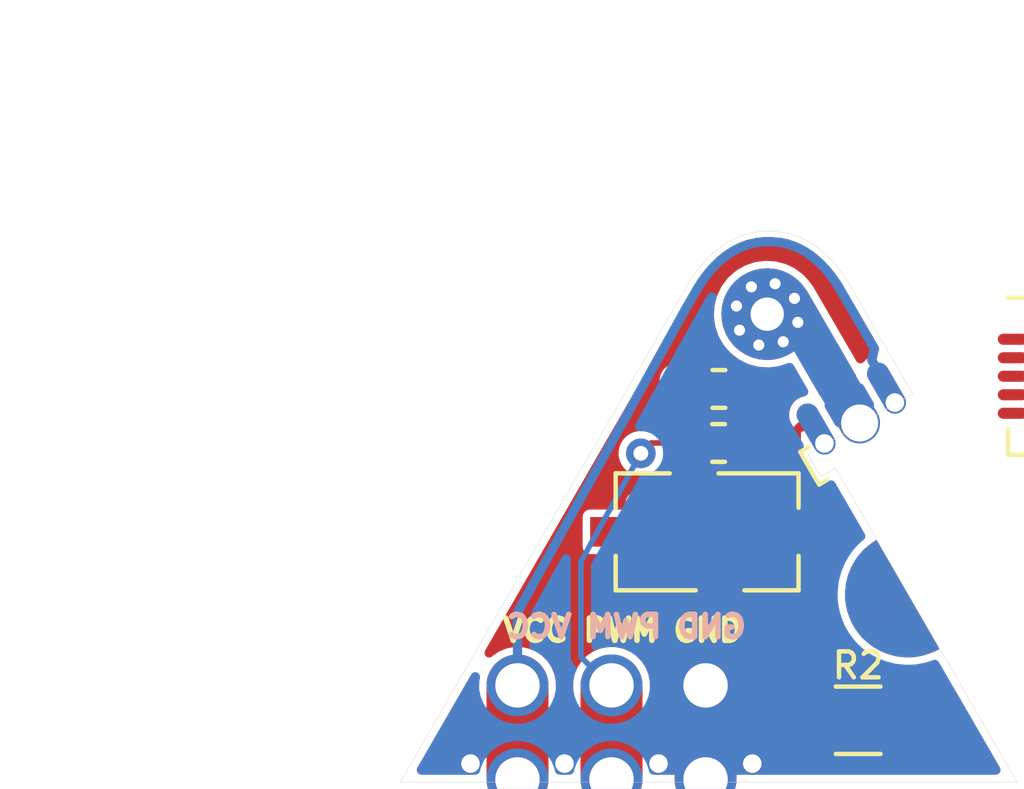
<source format=kicad_pcb>
(kicad_pcb (version 20171130) (host pcbnew 5.0.0-fee4fd1~66~ubuntu18.04.1)

  (general
    (thickness 1)
    (drawings 294)
    (tracks 98)
    (zones 0)
    (modules 9)
    (nets 27)
  )

  (page User 148.488 105.004)
  (title_block
    (title Lulu_star)
    (date 2018-08-31)
    (rev 2.1.2)
    (company https://lulu.etextile.org/)
    (comment 1 "Programming light into textile.")
  )

  (layers
    (0 F.Cu jumper hide)
    (31 B.Cu signal)
    (32 B.Adhes user)
    (33 F.Adhes user)
    (34 B.Paste user)
    (35 F.Paste user)
    (36 B.SilkS user)
    (37 F.SilkS user)
    (38 B.Mask user)
    (39 F.Mask user)
    (40 Dwgs.User user)
    (41 Cmts.User user)
    (42 Eco1.User user)
    (43 Eco2.User user)
    (44 Edge.Cuts user)
    (45 Margin user)
    (46 B.CrtYd user)
    (47 F.CrtYd user)
    (48 B.Fab user)
    (49 F.Fab user)
  )

  (setup
    (last_trace_width 0.25)
    (trace_clearance 0.2)
    (zone_clearance 0.2)
    (zone_45_only yes)
    (trace_min 0.15)
    (segment_width 0.2)
    (edge_width 0.2)
    (via_size 0.8)
    (via_drill 0.4)
    (via_min_size 0.4)
    (via_min_drill 0.3)
    (uvia_size 0.3)
    (uvia_drill 0.1)
    (uvias_allowed no)
    (uvia_min_size 0.2)
    (uvia_min_drill 0.1)
    (pcb_text_width 0.3)
    (pcb_text_size 1.5 1.5)
    (mod_edge_width 0.15)
    (mod_text_size 1 1)
    (mod_text_width 0.15)
    (pad_size 1.05 0.95)
    (pad_drill 0)
    (pad_to_mask_clearance 0)
    (aux_axis_origin 0 0)
    (visible_elements FFFFFF7F)
    (pcbplotparams
      (layerselection 0x010fc_ffffffff)
      (usegerberextensions false)
      (usegerberattributes false)
      (usegerberadvancedattributes false)
      (creategerberjobfile false)
      (excludeedgelayer true)
      (linewidth 0.100000)
      (plotframeref false)
      (viasonmask false)
      (mode 1)
      (useauxorigin false)
      (hpglpennumber 1)
      (hpglpenspeed 20)
      (hpglpendiameter 15.000000)
      (psnegative false)
      (psa4output false)
      (plotreference true)
      (plotvalue true)
      (plotinvisibletext false)
      (padsonsilk false)
      (subtractmaskfromsilk false)
      (outputformat 1)
      (mirror false)
      (drillshape 0)
      (scaleselection 1)
      (outputdirectory "Lulu_star_212_GERBER/"))
  )

  (net 0 "")
  (net 1 "Net-(Q1-Pad2)")
  (net 2 GND)
  (net 3 "Net-(Q1-Pad1)")
  (net 4 /PWM)
  (net 5 "Net-(LED1-Pad1)")
  (net 6 +3V3)
  (net 7 "Net-(U1-Pad1)")
  (net 8 "Net-(U1-Pad2)")
  (net 9 "Net-(U1-Pad3)")
  (net 10 "Net-(U1-Pad4)")
  (net 11 "Net-(U1-Pad5)")
  (net 12 "Net-(U1-Pad6)")
  (net 13 "Net-(U1-Pad7)")
  (net 14 "Net-(U1-Pad21)")
  (net 15 "Net-(U1-Pad9)")
  (net 16 "Net-(U1-Pad10)")
  (net 17 "Net-(U1-Pad11)")
  (net 18 "Net-(U1-Pad12)")
  (net 19 "Net-(U1-Pad13)")
  (net 20 "Net-(U1-Pad14)")
  (net 21 "Net-(U1-Pad15)")
  (net 22 "Net-(U1-Pad16)")
  (net 23 "Net-(U1-Pad17)")
  (net 24 "Net-(U1-Pad18)")
  (net 25 "Net-(U1-Pad19)")
  (net 26 "Net-(U1-Pad20)")

  (net_class Default "This is the default net class."
    (clearance 0.2)
    (trace_width 0.25)
    (via_dia 0.8)
    (via_drill 0.4)
    (uvia_dia 0.3)
    (uvia_drill 0.1)
    (add_net GND)
    (add_net "Net-(Q1-Pad2)")
    (add_net "Net-(U1-Pad1)")
    (add_net "Net-(U1-Pad10)")
    (add_net "Net-(U1-Pad11)")
    (add_net "Net-(U1-Pad12)")
    (add_net "Net-(U1-Pad13)")
    (add_net "Net-(U1-Pad14)")
    (add_net "Net-(U1-Pad15)")
    (add_net "Net-(U1-Pad16)")
    (add_net "Net-(U1-Pad17)")
    (add_net "Net-(U1-Pad18)")
    (add_net "Net-(U1-Pad19)")
    (add_net "Net-(U1-Pad2)")
    (add_net "Net-(U1-Pad20)")
    (add_net "Net-(U1-Pad21)")
    (add_net "Net-(U1-Pad3)")
    (add_net "Net-(U1-Pad4)")
    (add_net "Net-(U1-Pad5)")
    (add_net "Net-(U1-Pad6)")
    (add_net "Net-(U1-Pad7)")
    (add_net "Net-(U1-Pad9)")
  )

  (net_class POWER ""
    (clearance 0.2)
    (trace_width 0.25)
    (via_dia 0.8)
    (via_drill 0.4)
    (uvia_dia 0.3)
    (uvia_drill 0.1)
    (add_net +3V3)
    (add_net "Net-(LED1-Pad1)")
  )

  (net_class SIG ""
    (clearance 0.2)
    (trace_width 0.15)
    (via_dia 0.8)
    (via_drill 0.4)
    (uvia_dia 0.3)
    (uvia_drill 0.1)
    (add_net /PWM)
    (add_net "Net-(Q1-Pad1)")
  )

  (module Package_DFN_QFN:QFN-20-1EP_4x4mm_P0.5mm_EP2.25x2.25mm (layer F.Cu) (tedit 5AAB4F93) (tstamp 5BA63833)
    (at 80.772 34.1376)
    (descr "20-Lead Plastic Quad Flat No-Lead Package, 4x4mm Body (see Atmel Appnote 8826)")
    (tags "QFN 0.5")
    (path /5BA516BD)
    (attr smd)
    (fp_text reference U1 (at 0 -3.375) (layer F.SilkS)
      (effects (font (size 1 1) (thickness 0.15)))
    )
    (fp_text value ATtiny85-20MU (at 0 3.375) (layer F.Fab)
      (effects (font (size 1 1) (thickness 0.15)))
    )
    (fp_text user %R (at 0 0) (layer F.Fab)
      (effects (font (size 1 1) (thickness 0.15)))
    )
    (fp_line (start -2.65 -2.65) (end -2.65 2.65) (layer F.CrtYd) (width 0.05))
    (fp_line (start -2.65 -2.65) (end 2.65 -2.65) (layer F.CrtYd) (width 0.05))
    (fp_line (start -2.65 2.65) (end 2.65 2.65) (layer F.CrtYd) (width 0.05))
    (fp_line (start 2.65 -2.65) (end 2.65 2.65) (layer F.CrtYd) (width 0.05))
    (fp_line (start -2 -1) (end -1 -2) (layer F.Fab) (width 0.1))
    (fp_line (start -2 2) (end -2 -1) (layer F.Fab) (width 0.1))
    (fp_line (start -1 -2) (end 2 -2) (layer F.Fab) (width 0.1))
    (fp_line (start 2 -2) (end 2 2) (layer F.Fab) (width 0.1))
    (fp_line (start 2 2) (end -2 2) (layer F.Fab) (width 0.1))
    (fp_line (start -2.12 -2.12) (end -1.45 -2.12) (layer F.SilkS) (width 0.12))
    (fp_line (start -2.12 2.12) (end -2.12 1.45) (layer F.SilkS) (width 0.12))
    (fp_line (start -2.12 2.12) (end -1.45 2.12) (layer F.SilkS) (width 0.12))
    (fp_line (start 2.12 -2.12) (end 1.45 -2.12) (layer F.SilkS) (width 0.12))
    (fp_line (start 2.12 -2.12) (end 2.12 -1.45) (layer F.SilkS) (width 0.12))
    (fp_line (start 2.12 2.12) (end 1.45 2.12) (layer F.SilkS) (width 0.12))
    (fp_line (start 2.12 2.12) (end 2.12 1.45) (layer F.SilkS) (width 0.12))
    (pad 1 smd oval (at -2 -1) (size 0.8 0.3) (layers F.Cu F.Paste F.Mask)
      (net 7 "Net-(U1-Pad1)"))
    (pad 2 smd oval (at -2 -0.5) (size 0.8 0.3) (layers F.Cu F.Paste F.Mask)
      (net 8 "Net-(U1-Pad2)"))
    (pad 3 smd oval (at -2 0) (size 0.8 0.3) (layers F.Cu F.Paste F.Mask)
      (net 9 "Net-(U1-Pad3)"))
    (pad 4 smd oval (at -2 0.5) (size 0.8 0.3) (layers F.Cu F.Paste F.Mask)
      (net 10 "Net-(U1-Pad4)"))
    (pad 5 smd oval (at -2 1) (size 0.8 0.3) (layers F.Cu F.Paste F.Mask)
      (net 11 "Net-(U1-Pad5)"))
    (pad 6 smd oval (at -1 2 90) (size 0.8 0.3) (layers F.Cu F.Paste F.Mask)
      (net 12 "Net-(U1-Pad6)"))
    (pad 7 smd oval (at -0.5 2 90) (size 0.8 0.3) (layers F.Cu F.Paste F.Mask)
      (net 13 "Net-(U1-Pad7)"))
    (pad 8 smd oval (at 0 2 90) (size 0.8 0.3) (layers F.Cu F.Paste F.Mask)
      (net 14 "Net-(U1-Pad21)"))
    (pad 9 smd oval (at 0.5 2 90) (size 0.8 0.3) (layers F.Cu F.Paste F.Mask)
      (net 15 "Net-(U1-Pad9)"))
    (pad 10 smd oval (at 1 2 90) (size 0.8 0.3) (layers F.Cu F.Paste F.Mask)
      (net 16 "Net-(U1-Pad10)"))
    (pad 11 smd oval (at 2 1) (size 0.8 0.3) (layers F.Cu F.Paste F.Mask)
      (net 17 "Net-(U1-Pad11)"))
    (pad 12 smd oval (at 2 0.5) (size 0.8 0.3) (layers F.Cu F.Paste F.Mask)
      (net 18 "Net-(U1-Pad12)"))
    (pad 13 smd oval (at 2 0) (size 0.8 0.3) (layers F.Cu F.Paste F.Mask)
      (net 19 "Net-(U1-Pad13)"))
    (pad 14 smd oval (at 2 -0.5) (size 0.8 0.3) (layers F.Cu F.Paste F.Mask)
      (net 20 "Net-(U1-Pad14)"))
    (pad 15 smd oval (at 2 -1) (size 0.8 0.3) (layers F.Cu F.Paste F.Mask)
      (net 21 "Net-(U1-Pad15)"))
    (pad 16 smd oval (at 1 -2 90) (size 0.8 0.3) (layers F.Cu F.Paste F.Mask)
      (net 22 "Net-(U1-Pad16)"))
    (pad 17 smd oval (at 0.5 -2 90) (size 0.8 0.3) (layers F.Cu F.Paste F.Mask)
      (net 23 "Net-(U1-Pad17)"))
    (pad 18 smd oval (at 0 -2 90) (size 0.8 0.3) (layers F.Cu F.Paste F.Mask)
      (net 24 "Net-(U1-Pad18)"))
    (pad 19 smd oval (at -0.5 -2 90) (size 0.8 0.3) (layers F.Cu F.Paste F.Mask)
      (net 25 "Net-(U1-Pad19)"))
    (pad 20 smd oval (at -1 -2 90) (size 0.8 0.3) (layers F.Cu F.Paste F.Mask)
      (net 26 "Net-(U1-Pad20)"))
    (pad 21 smd rect (at 0 0) (size 2.25 2.25) (layers F.Cu F.Mask)
      (net 14 "Net-(U1-Pad21)"))
    (pad "" smd rect (at -0.55 -0.55) (size 1 1) (layers F.Paste))
    (pad "" smd rect (at -0.55 0.55) (size 1 1) (layers F.Paste))
    (pad "" smd rect (at 0.55 -0.55) (size 1 1) (layers F.Paste))
    (pad "" smd rect (at 0.55 0.55) (size 1 1) (layers F.Paste))
    (model ${KISYS3DMOD}/Package_DFN_QFN.3dshapes/QFN-20-1EP_4x4mm_P0.5mm_EP2.25x2.25mm.wrl
      (at (xyz 0 0 0))
      (scale (xyz 1 1 1))
      (rotate (xyz 0 0 0))
    )
  )

  (module Lulu_footprints:Lulu_side_LED (layer F.Cu) (tedit 5BA11F45) (tstamp 5B7F786B)
    (at 74.64 35.4 30.1)
    (descr "LED Cree-XP http://www.cree.com/~/media/Files/Cree/LED-Components-and-Modules/XLamp/Data-and-Binning/XLampXPE2.pdf")
    (tags "LED Cree XP")
    (path /5B7C84D4)
    (clearance 0.12)
    (attr smd)
    (fp_text reference LED1 (at 2.35166 2.831161 120.1) (layer F.SilkS) hide
      (effects (font (size 1 1) (thickness 0.15)))
    )
    (fp_text value LED_PAD (at 2.400901 -2.571716 -59.9) (layer F.Fab) hide
      (effects (font (size 1 1) (thickness 0.15)))
    )
    (fp_poly (pts (xy -1.1 0.6) (xy 1.1 0.6) (xy 1.1 10.6) (xy -1.1 10.6)) (layer F.Fab) (width 0))
    (fp_poly (pts (xy -1.5 0) (xy 1.5 0) (xy 1.5 0.6) (xy -1.5 0.6)) (layer F.Fab) (width 0))
    (fp_line (start -1.524 -1.27) (end 1.524 -1.27) (layer F.CrtYd) (width 0.05))
    (fp_line (start 1.524 -1.27) (end 1.524 10.922) (layer F.CrtYd) (width 0.05))
    (fp_line (start 1.524 10.922) (end -1.523999 10.922) (layer F.CrtYd) (width 0.05))
    (fp_line (start -1.523999 10.922) (end -1.524 -1.27) (layer F.CrtYd) (width 0.05))
    (fp_line (start -1.524 0.889) (end -1.778 0.889) (layer F.SilkS) (width 0.12))
    (fp_line (start -1.778 0.889) (end -1.778 -0.127) (layer F.SilkS) (width 0.12))
    (fp_line (start -1.778 -0.127) (end -1.524 -0.127) (layer F.SilkS) (width 0.12))
    (fp_arc (start 0 0.6) (end -0.9 0.6) (angle -180) (layer F.Fab) (width 0.1))
    (pad "" smd custom (at -0.685801 -3.7973 30.1) (size 2.48 2.48) (layers B.Cu B.Mask)
      (zone_connect 2)
      (options (clearance outline) (anchor circle))
      (primitives
        (gr_poly (pts
           (xy 1.244601 2.652372) (xy 1.244601 -0.014628) (xy 0.127001 -0.014628) (xy 0.127001 2.652372)) (width 0))
      ))
    (pad "" smd custom (at -0.685801 -3.795372 30.1) (size 2.48 2.48) (layers F.Cu F.Mask)
      (zone_connect 2)
      (options (clearance outline) (anchor circle))
      (primitives
        (gr_poly (pts
           (xy 1.244601 2.652372) (xy 1.244601 -0.014628) (xy 0.127001 -0.014628) (xy 0.127001 2.652372)) (width 0))
      ))
    (pad 3 thru_hole circle (at -1.293827 -4.401606 75.1) (size 0.4 0.4) (drill 0.3) (layers *.Cu)
      (net 2 GND))
    (pad 3 thru_hole circle (at -0.081493 -3.189272 75.1) (size 0.4 0.4) (drill 0.3) (layers *.Cu)
      (net 2 GND))
    (pad 3 thru_hole circle (at -1.301444 -3.18791 75.1) (size 0.4 0.4) (drill 0.3) (layers *.Cu)
      (net 2 GND))
    (pad 3 thru_hole circle (at -0.08911 -4.400244 75.1) (size 0.4 0.4) (drill 0.3) (layers *.Cu)
      (net 2 GND))
    (pad 3 thru_hole circle (at -0.6858 -4.6482 30.1) (size 0.4 0.4) (drill 0.3) (layers *.Cu)
      (net 2 GND))
    (pad 3 thru_hole circle (at -0.6858 -2.9337 30.1) (size 0.4 0.4) (drill 0.3) (layers *.Cu)
      (net 2 GND))
    (pad 3 thru_hole circle (at 0.1651 -3.795372 30.1) (size 0.4 0.4) (drill 0.3) (layers *.Cu)
      (net 2 GND))
    (pad 3 thru_hole oval (at 0 0 30.1) (size 1.1 2.3) (drill 1 (offset 0 -0.6)) (layers *.Cu *.Mask)
      (net 2 GND) (zone_connect 2))
    (pad 1 thru_hole oval (at -1.1 0 30.1) (size 0.6 1.5) (drill 0.5 (offset 0 -0.45)) (layers *.Cu *.Mask)
      (net 5 "Net-(LED1-Pad1)") (zone_connect 0))
    (pad 2 thru_hole oval (at 1.1 0 30.1) (size 0.6 1.5) (drill 0.5 (offset 0 -0.45)) (layers *.Cu *.Mask)
      (net 6 +3V3) (zone_connect 0))
    (pad 3 thru_hole circle (at -0.685801 -3.795372 120.1) (size 1 1) (drill 0.9) (layers *.Cu)
      (net 2 GND))
    (pad 3 thru_hole circle (at -1.5494 -3.795372 30.1) (size 0.4 0.4) (drill 0.3) (layers *.Cu)
      (net 2 GND))
    (model /home/chevrette/Bureau/Lulu/Hardware/kicad_Lulu_star/Lulu_star_212/packages3D/Lulu_LED_tube.wrl
      (at (xyz 0 0 0))
      (scale (xyz 1 1 1))
      (rotate (xyz 0 0 0))
    )
  )

  (module Resistor_SMD:R_0603_1608Metric_Pad1.05x0.95mm_HandSolder (layer F.Cu) (tedit 5B301BBD) (tstamp 5B90CFCC)
    (at 70.84 34.48)
    (descr "Resistor SMD 0603 (1608 Metric), square (rectangular) end terminal, IPC_7351 nominal with elongated pad for handsoldering. (Body size source: http://www.tortai-tech.com/upload/download/2011102023233369053.pdf), generated with kicad-footprint-generator")
    (tags "resistor handsolder")
    (path /5B90D0C4)
    (attr smd)
    (fp_text reference R3 (at 0 -1.43) (layer F.SilkS) hide
      (effects (font (size 1 1) (thickness 0.15)))
    )
    (fp_text value "10 K" (at 0 1.43) (layer F.Fab)
      (effects (font (size 1 1) (thickness 0.15)))
    )
    (fp_text user %R (at 0 0) (layer F.Fab)
      (effects (font (size 0.4 0.4) (thickness 0.06)))
    )
    (fp_line (start 1.65 0.73) (end -1.65 0.73) (layer F.CrtYd) (width 0.05))
    (fp_line (start 1.65 -0.73) (end 1.65 0.73) (layer F.CrtYd) (width 0.05))
    (fp_line (start -1.65 -0.73) (end 1.65 -0.73) (layer F.CrtYd) (width 0.05))
    (fp_line (start -1.65 0.73) (end -1.65 -0.73) (layer F.CrtYd) (width 0.05))
    (fp_line (start -0.171267 0.51) (end 0.171267 0.51) (layer F.SilkS) (width 0.12))
    (fp_line (start -0.171267 -0.51) (end 0.171267 -0.51) (layer F.SilkS) (width 0.12))
    (fp_line (start 0.8 0.4) (end -0.8 0.4) (layer F.Fab) (width 0.1))
    (fp_line (start 0.8 -0.4) (end 0.8 0.4) (layer F.Fab) (width 0.1))
    (fp_line (start -0.8 -0.4) (end 0.8 -0.4) (layer F.Fab) (width 0.1))
    (fp_line (start -0.8 0.4) (end -0.8 -0.4) (layer F.Fab) (width 0.1))
    (pad 2 smd roundrect (at 0.875 0) (size 1.05 0.95) (layers F.Cu F.Paste F.Mask) (roundrect_rratio 0.25)
      (net 2 GND))
    (pad 1 smd roundrect (at -0.875 0) (size 1.05 0.95) (layers F.Cu F.Paste F.Mask) (roundrect_rratio 0.25)
      (net 4 /PWM))
    (model ${KISYS3DMOD}/Resistor_SMD.3dshapes/R_0603_1608Metric.wrl
      (at (xyz 0 0 0))
      (scale (xyz 1 1 1))
      (rotate (xyz 0 0 0))
    )
  )

  (module Lulu_footprints:Lulu_brass_tube_pad locked (layer F.Cu) (tedit 5B8E49B9) (tstamp 5B894378)
    (at 75.939 40.075 30)
    (descr www.etextile.org)
    (tags eTextile)
    (zone_connect 1)
    (attr smd)
    (fp_text reference P1 (at 2.032 0 30) (layer F.SilkS) hide
      (effects (font (size 1 1) (thickness 0.15)))
    )
    (fp_text value Soldering_pad (at -1.018116 -4.840572 -60) (layer F.Fab) hide
      (effects (font (size 1 1) (thickness 0.15)))
    )
    (fp_poly (pts (xy -1.673095 -0.094574) (xy -1.673095 -0.154574) (xy -1.663095 -0.214574) (xy -1.653095 -0.284574)
      (xy -1.633095 -0.384574) (xy -1.613095 -0.484574) (xy -1.583095 -0.574574) (xy -1.533095 -0.714574)
      (xy -1.483095 -0.814574) (xy -1.433095 -0.904574) (xy -1.393095 -0.964574) (xy -1.343095 -1.034574)
      (xy -1.263095 -1.144574) (xy -1.223095 -1.184574) (xy -1.173095 -1.234574) (xy -1.113095 -1.294574)
      (xy -1.053095 -1.344574) (xy -1.013095 -1.374574) (xy -0.963095 -1.414574) (xy -0.923095 -1.444574)
      (xy -0.873095 -1.474574) (xy -0.823095 -1.504574) (xy -0.773095 -1.534574) (xy -0.713095 -1.564574)
      (xy -0.673095 -1.584574) (xy -0.623095 -1.604574) (xy -0.553095 -1.634574) (xy -0.483095 -1.654574)
      (xy -0.393095 -1.684574) (xy -0.343095 -1.694574) (xy -0.293095 -1.704574) (xy -0.233095 -1.714574)
      (xy -0.143095 -1.724574) (xy -0.053095 -1.734574) (xy 0.026905 -1.734574) (xy 0.026905 -0.034574)
      (xy -1.673095 -0.034574)) (layer B.Mask) (width 0))
    (fp_poly (pts (xy -1.673095 -0.094574) (xy -1.673095 -0.154574) (xy -1.663095 -0.214574) (xy -1.653095 -0.284574)
      (xy -1.633095 -0.384574) (xy -1.613095 -0.484574) (xy -1.583095 -0.574574) (xy -1.533095 -0.714574)
      (xy -1.483095 -0.814574) (xy -1.433095 -0.904574) (xy -1.393095 -0.964574) (xy -1.343095 -1.034574)
      (xy -1.263095 -1.144574) (xy -1.223095 -1.184574) (xy -1.173095 -1.234574) (xy -1.113095 -1.294574)
      (xy -1.053095 -1.344574) (xy -1.013095 -1.374574) (xy -0.963095 -1.414574) (xy -0.923095 -1.444574)
      (xy -0.873095 -1.474574) (xy -0.823095 -1.504574) (xy -0.773095 -1.534574) (xy -0.713095 -1.564574)
      (xy -0.673095 -1.584574) (xy -0.623095 -1.604574) (xy -0.553095 -1.634574) (xy -0.483095 -1.654574)
      (xy -0.393095 -1.684574) (xy -0.343095 -1.694574) (xy -0.293095 -1.704574) (xy -0.233095 -1.714574)
      (xy -0.143095 -1.724574) (xy -0.053095 -1.734574) (xy 0.026905 -1.734574) (xy 0.026905 -0.034574)
      (xy -1.673095 -0.034574)) (layer B.Cu) (width 0))
    (fp_poly (pts (xy -0.033095 1.665426) (xy -0.093095 1.665426) (xy -0.153095 1.655426) (xy -0.223095 1.645426)
      (xy -0.323095 1.625426) (xy -0.423095 1.605426) (xy -0.513095 1.575426) (xy -0.653095 1.525426)
      (xy -0.753095 1.475426) (xy -0.843095 1.425426) (xy -0.903095 1.385426) (xy -0.973095 1.335426)
      (xy -1.083095 1.255426) (xy -1.123095 1.215426) (xy -1.173095 1.165426) (xy -1.233095 1.105426)
      (xy -1.283095 1.045426) (xy -1.313095 1.005426) (xy -1.353095 0.955426) (xy -1.383095 0.915426)
      (xy -1.413095 0.865426) (xy -1.443095 0.815426) (xy -1.473095 0.765426) (xy -1.503095 0.705426)
      (xy -1.523095 0.665426) (xy -1.543095 0.615426) (xy -1.573095 0.545426) (xy -1.593095 0.475426)
      (xy -1.623095 0.385426) (xy -1.633095 0.335426) (xy -1.643095 0.285426) (xy -1.653095 0.225426)
      (xy -1.663095 0.135426) (xy -1.673095 0.045426) (xy -1.673095 -0.034574) (xy 0.026905 -0.034574)
      (xy 0.026905 1.665426)) (layer B.Mask) (width 0))
    (fp_poly (pts (xy -0.033095 1.665426) (xy -0.093095 1.665426) (xy -0.153095 1.655426) (xy -0.223095 1.645426)
      (xy -0.323095 1.625426) (xy -0.423095 1.605426) (xy -0.513095 1.575426) (xy -0.653095 1.525426)
      (xy -0.753095 1.475426) (xy -0.843095 1.425426) (xy -0.903095 1.385426) (xy -0.973095 1.335426)
      (xy -1.083095 1.255426) (xy -1.123095 1.215426) (xy -1.173095 1.165426) (xy -1.233095 1.105426)
      (xy -1.283095 1.045426) (xy -1.313095 1.005426) (xy -1.353095 0.955426) (xy -1.383095 0.915426)
      (xy -1.413095 0.865426) (xy -1.443095 0.815426) (xy -1.473095 0.765426) (xy -1.503095 0.705426)
      (xy -1.523095 0.665426) (xy -1.543095 0.615426) (xy -1.573095 0.545426) (xy -1.593095 0.475426)
      (xy -1.623095 0.385426) (xy -1.633095 0.335426) (xy -1.643095 0.285426) (xy -1.653095 0.225426)
      (xy -1.663095 0.135426) (xy -1.673095 0.045426) (xy -1.673095 -0.034574) (xy 0.026905 -0.034574)
      (xy 0.026905 1.665426)) (layer B.Cu) (width 0))
    (fp_poly (pts (xy -1.673095 -0.094574) (xy -1.673095 -0.154574) (xy -1.663095 -0.214574) (xy -1.653095 -0.284574)
      (xy -1.633095 -0.384574) (xy -1.613095 -0.484574) (xy -1.583095 -0.574574) (xy -1.533095 -0.714574)
      (xy -1.483095 -0.814574) (xy -1.433095 -0.904574) (xy -1.393095 -0.964574) (xy -1.343095 -1.034574)
      (xy -1.263095 -1.144574) (xy -1.223095 -1.184574) (xy -1.173095 -1.234574) (xy -1.113095 -1.294574)
      (xy -1.053095 -1.344574) (xy -1.013095 -1.374574) (xy -0.963095 -1.414574) (xy -0.923095 -1.444574)
      (xy -0.873095 -1.474574) (xy -0.823095 -1.504574) (xy -0.773095 -1.534574) (xy -0.713095 -1.564574)
      (xy -0.673095 -1.584574) (xy -0.623095 -1.604574) (xy -0.553095 -1.634574) (xy -0.483095 -1.654574)
      (xy -0.393095 -1.684574) (xy -0.343095 -1.694574) (xy -0.293095 -1.704574) (xy -0.233095 -1.714574)
      (xy -0.143095 -1.724574) (xy -0.053095 -1.734574) (xy 0.026905 -1.734574) (xy 0.026905 -0.034574)
      (xy -1.673095 -0.034574)) (layer F.Mask) (width 0))
    (fp_poly (pts (xy -0.033095 1.665426) (xy -0.093095 1.665426) (xy -0.153095 1.655426) (xy -0.223095 1.645426)
      (xy -0.323095 1.625426) (xy -0.423095 1.605426) (xy -0.513095 1.575426) (xy -0.653095 1.525426)
      (xy -0.753095 1.475426) (xy -0.843095 1.425426) (xy -0.903095 1.385426) (xy -0.973095 1.335426)
      (xy -1.083095 1.255426) (xy -1.123095 1.215426) (xy -1.173095 1.165426) (xy -1.233095 1.105426)
      (xy -1.283095 1.045426) (xy -1.313095 1.005426) (xy -1.353095 0.955426) (xy -1.383095 0.915426)
      (xy -1.413095 0.865426) (xy -1.443095 0.815426) (xy -1.473095 0.765426) (xy -1.503095 0.705426)
      (xy -1.523095 0.665426) (xy -1.543095 0.615426) (xy -1.573095 0.545426) (xy -1.593095 0.475426)
      (xy -1.623095 0.385426) (xy -1.633095 0.335426) (xy -1.643095 0.285426) (xy -1.653095 0.225426)
      (xy -1.663095 0.135426) (xy -1.673095 0.045426) (xy -1.673095 -0.034574) (xy 0.026905 -0.034574)
      (xy 0.026905 1.665426)) (layer F.Mask) (width 0))
    (fp_poly (pts (xy -1.673095 -0.094574) (xy -1.673095 -0.154574) (xy -1.663095 -0.214574) (xy -1.653095 -0.284574)
      (xy -1.633095 -0.384574) (xy -1.613095 -0.484574) (xy -1.583095 -0.574574) (xy -1.533095 -0.714574)
      (xy -1.483095 -0.814574) (xy -1.433095 -0.904574) (xy -1.393095 -0.964574) (xy -1.343095 -1.034574)
      (xy -1.263095 -1.144574) (xy -1.223095 -1.184574) (xy -1.173095 -1.234574) (xy -1.113095 -1.294574)
      (xy -1.053095 -1.344574) (xy -1.013095 -1.374574) (xy -0.963095 -1.414574) (xy -0.923095 -1.444574)
      (xy -0.873095 -1.474574) (xy -0.823095 -1.504574) (xy -0.773095 -1.534574) (xy -0.713095 -1.564574)
      (xy -0.673095 -1.584574) (xy -0.623095 -1.604574) (xy -0.553095 -1.634574) (xy -0.483095 -1.654574)
      (xy -0.393095 -1.684574) (xy -0.343095 -1.694574) (xy -0.293095 -1.704574) (xy -0.233095 -1.714574)
      (xy -0.143095 -1.724574) (xy -0.053095 -1.734574) (xy 0.026905 -1.734574) (xy 0.026905 -0.034574)
      (xy -1.673095 -0.034574)) (layer F.Cu) (width 0))
    (fp_poly (pts (xy -0.033095 1.665426) (xy -0.093095 1.665426) (xy -0.153095 1.655426) (xy -0.223095 1.645426)
      (xy -0.323095 1.625426) (xy -0.423095 1.605426) (xy -0.513095 1.575426) (xy -0.653095 1.525426)
      (xy -0.753095 1.475426) (xy -0.843095 1.425426) (xy -0.903095 1.385426) (xy -0.973095 1.335426)
      (xy -1.083095 1.255426) (xy -1.123095 1.215426) (xy -1.173095 1.165426) (xy -1.233095 1.105426)
      (xy -1.283095 1.045426) (xy -1.313095 1.005426) (xy -1.353095 0.955426) (xy -1.383095 0.915426)
      (xy -1.413095 0.865426) (xy -1.443095 0.815426) (xy -1.473095 0.765426) (xy -1.503095 0.705426)
      (xy -1.523095 0.665426) (xy -1.543095 0.615426) (xy -1.573095 0.545426) (xy -1.593095 0.475426)
      (xy -1.623095 0.385426) (xy -1.633095 0.335426) (xy -1.643095 0.285426) (xy -1.653095 0.225426)
      (xy -1.663095 0.135426) (xy -1.673095 0.045426) (xy -1.673095 -0.034574) (xy 0.026905 -0.034574)
      (xy 0.026905 1.665426)) (layer F.Cu) (width 0))
  )

  (module Lulu_footprints:Lulu_plug_3 (layer F.Cu) (tedit 5B8BCB0D) (tstamp 5B8790AF)
    (at 67.938 43.758)
    (descr www.etextile.org)
    (tags eTextile)
    (path /5B7D3F18)
    (zone_connect 0)
    (fp_text reference J1 (at -5.334 -1.27) (layer F.SilkS) hide
      (effects (font (size 1 1) (thickness 0.15)))
    )
    (fp_text value Conn_01x03_Female (at 0 3.175) (layer F.Fab) hide
      (effects (font (size 1 1) (thickness 0.15)))
    )
    (pad 3 smd roundrect (at 2.54 0) (size 1.675 4.2) (layers F.Cu F.Mask) (roundrect_rratio 0.5)
      (net 2 GND) (zone_connect 2))
    (pad 3 thru_hole circle (at 2.54 -1.27) (size 1.67 1.67) (drill 1.2) (layers *.Cu *.Mask)
      (net 2 GND) (zone_connect 2))
    (pad 3 thru_hole circle (at 2.54 1.27) (size 1.67 1.67) (drill 1.2) (layers *.Cu *.Mask)
      (net 2 GND) (zone_connect 2))
    (pad 2 thru_hole circle (at 0 -1.27) (size 1.67 1.67) (drill 1.2) (layers *.Cu *.Mask)
      (net 4 /PWM) (zone_connect 2))
    (pad 2 smd roundrect (at 0 0) (size 1.675 4.2) (layers F.Cu F.Mask) (roundrect_rratio 0.5)
      (net 4 /PWM) (zone_connect 2))
    (pad 2 thru_hole circle (at 0 1.27) (size 1.67 1.67) (drill 1.2) (layers *.Cu *.Mask)
      (net 4 /PWM) (zone_connect 2))
    (pad 1 smd roundrect (at -2.54 0) (size 1.675 4.2) (layers F.Cu F.Mask) (roundrect_rratio 0.5)
      (net 6 +3V3) (zone_connect 2))
    (pad 1 thru_hole circle (at -2.54 1.27) (size 1.67 1.67) (drill 1.2) (layers *.Cu *.Mask)
      (net 6 +3V3) (zone_connect 2))
    (pad 1 thru_hole circle (at -2.54 -1.27) (size 1.67 1.67) (drill 1.2) (layers *.Cu *.Mask)
      (net 6 +3V3) (zone_connect 2))
  )

  (module Package_TO_SOT_SMD:SOT-23 (layer F.Cu) (tedit 5A02FF57) (tstamp 5B7F784E)
    (at 68.81 38.34 180)
    (descr "SOT-23, Standard")
    (tags SOT-23)
    (path /5B7C8DF6)
    (attr smd)
    (fp_text reference T1 (at 0 -2.5 180) (layer F.SilkS) hide
      (effects (font (size 1 1) (thickness 0.15)))
    )
    (fp_text value Q_NPN_BEC (at 0 2.5 180) (layer F.Fab) hide
      (effects (font (size 1 1) (thickness 0.15)))
    )
    (fp_line (start 0.76 1.58) (end -0.7 1.58) (layer F.SilkS) (width 0.12))
    (fp_line (start 0.76 -1.58) (end -1.4 -1.58) (layer F.SilkS) (width 0.12))
    (fp_line (start -1.7 1.75) (end -1.7 -1.75) (layer F.CrtYd) (width 0.05))
    (fp_line (start 1.7 1.75) (end -1.7 1.75) (layer F.CrtYd) (width 0.05))
    (fp_line (start 1.7 -1.75) (end 1.7 1.75) (layer F.CrtYd) (width 0.05))
    (fp_line (start -1.7 -1.75) (end 1.7 -1.75) (layer F.CrtYd) (width 0.05))
    (fp_line (start 0.76 -1.58) (end 0.76 -0.65) (layer F.SilkS) (width 0.12))
    (fp_line (start 0.76 1.58) (end 0.76 0.65) (layer F.SilkS) (width 0.12))
    (fp_line (start -0.7 1.52) (end 0.7 1.52) (layer F.Fab) (width 0.1))
    (fp_line (start 0.7 -1.52) (end 0.7 1.52) (layer F.Fab) (width 0.1))
    (fp_line (start -0.7 -0.95) (end -0.15 -1.52) (layer F.Fab) (width 0.1))
    (fp_line (start -0.15 -1.52) (end 0.7 -1.52) (layer F.Fab) (width 0.1))
    (fp_line (start -0.7 -0.95) (end -0.7 1.5) (layer F.Fab) (width 0.1))
    (fp_text user %R (at 0 0 270) (layer F.Fab)
      (effects (font (size 0.5 0.5) (thickness 0.075)))
    )
    (pad 3 smd rect (at 1 0 180) (size 0.9 0.8) (layers F.Cu F.Paste F.Mask)
      (net 3 "Net-(Q1-Pad1)"))
    (pad 2 smd rect (at -1 0.95 180) (size 0.9 0.8) (layers F.Cu F.Paste F.Mask)
      (net 2 GND))
    (pad 1 smd rect (at -1 -0.95 180) (size 0.9 0.8) (layers F.Cu F.Paste F.Mask)
      (net 1 "Net-(Q1-Pad2)"))
    (model ${KISYS3DMOD}/Package_TO_SOT_SMD.3dshapes/SOT-23.wrl
      (at (xyz 0 0 0))
      (scale (xyz 1 1 1))
      (rotate (xyz 0 0 0))
    )
  )

  (module Package_TO_SOT_SMD:SOT-23 (layer F.Cu) (tedit 5A02FF57) (tstamp 5B7F7839)
    (at 72.23 38.34)
    (descr "SOT-23, Standard")
    (tags SOT-23)
    (path /5B7C8ADD)
    (attr smd)
    (fp_text reference Q1 (at -0.0254 2.4892) (layer F.SilkS) hide
      (effects (font (size 1 1) (thickness 0.15)))
    )
    (fp_text value Q_NMOS_GSD (at 0 2.5) (layer F.Fab) hide
      (effects (font (size 1 1) (thickness 0.15)))
    )
    (fp_line (start 0.76 1.58) (end -0.7 1.58) (layer F.SilkS) (width 0.12))
    (fp_line (start 0.76 -1.58) (end -1.4 -1.58) (layer F.SilkS) (width 0.12))
    (fp_line (start -1.7 1.75) (end -1.7 -1.75) (layer F.CrtYd) (width 0.05))
    (fp_line (start 1.7 1.75) (end -1.7 1.75) (layer F.CrtYd) (width 0.05))
    (fp_line (start 1.7 -1.75) (end 1.7 1.75) (layer F.CrtYd) (width 0.05))
    (fp_line (start -1.7 -1.75) (end 1.7 -1.75) (layer F.CrtYd) (width 0.05))
    (fp_line (start 0.76 -1.58) (end 0.76 -0.65) (layer F.SilkS) (width 0.12))
    (fp_line (start 0.76 1.58) (end 0.76 0.65) (layer F.SilkS) (width 0.12))
    (fp_line (start -0.7 1.52) (end 0.7 1.52) (layer F.Fab) (width 0.1))
    (fp_line (start 0.7 -1.52) (end 0.7 1.52) (layer F.Fab) (width 0.1))
    (fp_line (start -0.7 -0.95) (end -0.15 -1.52) (layer F.Fab) (width 0.1))
    (fp_line (start -0.15 -1.52) (end 0.7 -1.52) (layer F.Fab) (width 0.1))
    (fp_line (start -0.7 -0.95) (end -0.7 1.5) (layer F.Fab) (width 0.1))
    (fp_text user %R (at 0 0 90) (layer F.Fab)
      (effects (font (size 0.5 0.5) (thickness 0.075)))
    )
    (pad 3 smd rect (at 1 0) (size 0.9 0.8) (layers F.Cu F.Paste F.Mask)
      (net 5 "Net-(LED1-Pad1)"))
    (pad 2 smd rect (at -1 0.95) (size 0.9 0.8) (layers F.Cu F.Paste F.Mask)
      (net 1 "Net-(Q1-Pad2)"))
    (pad 1 smd rect (at -1 -0.95) (size 0.9 0.8) (layers F.Cu F.Paste F.Mask)
      (net 3 "Net-(Q1-Pad1)"))
    (model ${KISYS3DMOD}/Package_TO_SOT_SMD.3dshapes/SOT-23.wrl
      (at (xyz 0 0 0))
      (scale (xyz 1 1 1))
      (rotate (xyz 0 0 0))
    )
  )

  (module Resistor_SMD:R_0603_1608Metric_Pad1.05x0.95mm_HandSolder (layer F.Cu) (tedit 5B301BBD) (tstamp 5B7F7824)
    (at 70.83 35.94 180)
    (descr "Resistor SMD 0603 (1608 Metric), square (rectangular) end terminal, IPC_7351 nominal with elongated pad for handsoldering. (Body size source: http://www.tortai-tech.com/upload/download/2011102023233369053.pdf), generated with kicad-footprint-generator")
    (tags "resistor handsolder")
    (path /5B7CC755)
    (attr smd)
    (fp_text reference R1 (at -0.47 1.422 180) (layer F.SilkS) hide
      (effects (font (size 1 1) (thickness 0.15)))
    )
    (fp_text value "47 K" (at -0.01 1.472 180) (layer F.Fab)
      (effects (font (size 1 1) (thickness 0.15)))
    )
    (fp_text user %R (at 0 0 180) (layer F.Fab)
      (effects (font (size 0.4 0.4) (thickness 0.06)))
    )
    (fp_line (start 1.65 0.73) (end -1.65 0.73) (layer F.CrtYd) (width 0.05))
    (fp_line (start 1.65 -0.73) (end 1.65 0.73) (layer F.CrtYd) (width 0.05))
    (fp_line (start -1.65 -0.73) (end 1.65 -0.73) (layer F.CrtYd) (width 0.05))
    (fp_line (start -1.65 0.73) (end -1.65 -0.73) (layer F.CrtYd) (width 0.05))
    (fp_line (start -0.171267 0.51) (end 0.171267 0.51) (layer F.SilkS) (width 0.12))
    (fp_line (start -0.171267 -0.51) (end 0.171267 -0.51) (layer F.SilkS) (width 0.12))
    (fp_line (start 0.8 0.4) (end -0.8 0.4) (layer F.Fab) (width 0.1))
    (fp_line (start 0.8 -0.4) (end 0.8 0.4) (layer F.Fab) (width 0.1))
    (fp_line (start -0.8 -0.4) (end 0.8 -0.4) (layer F.Fab) (width 0.1))
    (fp_line (start -0.8 0.4) (end -0.8 -0.4) (layer F.Fab) (width 0.1))
    (pad 2 smd roundrect (at 0.875 0 180) (size 1.05 0.95) (layers F.Cu F.Paste F.Mask) (roundrect_rratio 0.25)
      (net 4 /PWM))
    (pad 1 smd roundrect (at -0.875 0 180) (size 1.05 0.95) (layers F.Cu F.Paste F.Mask) (roundrect_rratio 0.25)
      (net 3 "Net-(Q1-Pad1)"))
    (model ${KISYS3DMOD}/Resistor_SMD.3dshapes/R_0603_1608Metric.wrl
      (at (xyz 0 0 0))
      (scale (xyz 1 1 1))
      (rotate (xyz 0 0 0))
    )
  )

  (module Resistor_SMD:R_1206_3216Metric_Pad1.42x1.75mm_HandSolder (layer F.Cu) (tedit 5B301BBD) (tstamp 5B7F7813)
    (at 74.6 43.43 180)
    (descr "Resistor SMD 1206 (3216 Metric), square (rectangular) end terminal, IPC_7351 nominal with elongated pad for handsoldering. (Body size source: http://www.tortai-tech.com/upload/download/2011102023233369053.pdf), generated with kicad-footprint-generator")
    (tags "resistor handsolder")
    (path /5B7C8445)
    (attr smd)
    (fp_text reference R2 (at 0 1.478 180) (layer F.SilkS)
      (effects (font (size 0.7 0.7) (thickness 0.12)))
    )
    (fp_text value "2.7 Ohm" (at -0.68 -2.52 180) (layer F.Fab)
      (effects (font (size 1 1) (thickness 0.15)))
    )
    (fp_text user %R (at 0 0 180) (layer F.Fab)
      (effects (font (size 0.8 0.8) (thickness 0.12)))
    )
    (fp_line (start 2.45 1.12) (end -2.45 1.12) (layer F.CrtYd) (width 0.05))
    (fp_line (start 2.45 -1.12) (end 2.45 1.12) (layer F.CrtYd) (width 0.05))
    (fp_line (start -2.45 -1.12) (end 2.45 -1.12) (layer F.CrtYd) (width 0.05))
    (fp_line (start -2.45 1.12) (end -2.45 -1.12) (layer F.CrtYd) (width 0.05))
    (fp_line (start -0.602064 0.91) (end 0.602064 0.91) (layer F.SilkS) (width 0.12))
    (fp_line (start -0.602064 -0.91) (end 0.602064 -0.91) (layer F.SilkS) (width 0.12))
    (fp_line (start 1.6 0.8) (end -1.6 0.8) (layer F.Fab) (width 0.1))
    (fp_line (start 1.6 -0.8) (end 1.6 0.8) (layer F.Fab) (width 0.1))
    (fp_line (start -1.6 -0.8) (end 1.6 -0.8) (layer F.Fab) (width 0.1))
    (fp_line (start -1.6 0.8) (end -1.6 -0.8) (layer F.Fab) (width 0.1))
    (pad 2 smd roundrect (at 1.4875 0 180) (size 1.425 1.75) (layers F.Cu F.Paste F.Mask) (roundrect_rratio 0.175439)
      (net 2 GND))
    (pad 1 smd roundrect (at -1.4875 0 180) (size 1.425 1.75) (layers F.Cu F.Paste F.Mask) (roundrect_rratio 0.175439)
      (net 1 "Net-(Q1-Pad2)"))
    (model ${KISYS3DMOD}/Resistor_SMD.3dshapes/R_1206_3216Metric.wrl
      (at (xyz 0 0 0))
      (scale (xyz 1 1 1))
      (rotate (xyz 0 0 0))
    )
  )

  (dimension 14.9225 (width 0.3) (layer F.Fab)
    (gr_text "14.922 mm" (at 56.955 37.68725 270) (layer F.Fab)
      (effects (font (size 1.5 1.5) (thickness 0.3)))
    )
    (feature1 (pts (xy 62.23 45.1485) (xy 58.468579 45.1485)))
    (feature2 (pts (xy 62.23 30.226) (xy 58.468579 30.226)))
    (crossbar (pts (xy 59.055 30.226) (xy 59.055 45.1485)))
    (arrow1a (pts (xy 59.055 45.1485) (xy 58.468579 44.021996)))
    (arrow1b (pts (xy 59.055 45.1485) (xy 59.641421 44.021996)))
    (arrow2a (pts (xy 59.055 30.226) (xy 58.468579 31.352504)))
    (arrow2b (pts (xy 59.055 30.226) (xy 59.641421 31.352504)))
  )
  (dimension 16.7005 (width 0.3) (layer F.Fab)
    (gr_text "16.701 mm" (at 70.58025 25.078) (layer F.Fab)
      (effects (font (size 1.5 1.5) (thickness 0.3)))
    )
    (feature1 (pts (xy 78.9305 30.226) (xy 78.9305 26.591579)))
    (feature2 (pts (xy 62.23 30.226) (xy 62.23 26.591579)))
    (crossbar (pts (xy 62.23 27.178) (xy 78.9305 27.178)))
    (arrow1a (pts (xy 78.9305 27.178) (xy 77.803996 27.764421)))
    (arrow1b (pts (xy 78.9305 27.178) (xy 77.803996 26.591579)))
    (arrow2a (pts (xy 62.23 27.178) (xy 63.356504 27.764421)))
    (arrow2b (pts (xy 62.23 27.178) (xy 63.356504 26.591579)))
  )
  (gr_line (start 73.643222 30.776973) (end 73.707002 30.833488) (layer Edge.Cuts) (width 0.01))
  (gr_line (start 73.577677 30.722415) (end 73.643222 30.776973) (layer Edge.Cuts) (width 0.01))
  (gr_line (start 73.510351 30.669975) (end 73.577677 30.722415) (layer Edge.Cuts) (width 0.01))
  (gr_line (start 73.441231 30.619757) (end 73.510351 30.669975) (layer Edge.Cuts) (width 0.01))
  (gr_line (start 73.370304 30.571868) (end 73.441231 30.619757) (layer Edge.Cuts) (width 0.01))
  (gr_line (start 73.297557 30.526465) (end 73.370304 30.571868) (layer Edge.Cuts) (width 0.01))
  (gr_line (start 73.222976 30.483655) (end 73.297557 30.526465) (layer Edge.Cuts) (width 0.01))
  (gr_line (start 73.146551 30.443571) (end 73.222976 30.483655) (layer Edge.Cuts) (width 0.01))
  (gr_line (start 73.068267 30.406318) (end 73.146551 30.443571) (layer Edge.Cuts) (width 0.01))
  (gr_line (start 72.988108 30.372028) (end 73.068267 30.406318) (layer Edge.Cuts) (width 0.01))
  (gr_line (start 72.906064 30.340833) (end 72.988108 30.372028) (layer Edge.Cuts) (width 0.01))
  (gr_line (start 72.822122 30.31284) (end 72.906064 30.340833) (layer Edge.Cuts) (width 0.01))
  (gr_line (start 72.736265 30.288234) (end 72.822122 30.31284) (layer Edge.Cuts) (width 0.01))
  (gr_line (start 72.648487 30.267068) (end 72.736265 30.288234) (layer Edge.Cuts) (width 0.01))
  (gr_line (start 72.558766 30.24934) (end 72.648487 30.267068) (layer Edge.Cuts) (width 0.01))
  (gr_line (start 72.467096 30.235318) (end 72.558766 30.24934) (layer Edge.Cuts) (width 0.01))
  (gr_text "GND PWM VCC" (at 68.34 40.9) (layer B.SilkS) (tstamp 5B8DA57E)
    (effects (font (size 0.6 0.6) (thickness 0.15)) (justify mirror))
  )
  (gr_text "VCC PWM GND" (at 68.24 41) (layer F.SilkS) (tstamp 5B8D8FBF)
    (effects (font (size 0.6 0.6) (thickness 0.15)))
  )
  (gr_line (start 75.188336 35.124923) (end 75.10014 35.176173) (layer Edge.Cuts) (width 0.01))
  (gr_line (start 75.10014 35.176173) (end 75.011946 35.227423) (layer Edge.Cuts) (width 0.01))
  (gr_line (start 74.747363 35.381199) (end 74.659166 35.432449) (layer Edge.Cuts) (width 0.01))
  (gr_line (start 75.276529 35.073647) (end 75.188336 35.124923) (layer Edge.Cuts) (width 0.01))
  (gr_line (start 73.33357 36.402834) (end 73.344259 36.42162) (layer Edge.Cuts) (width 0.01))
  (gr_line (start 73.32288 36.384049) (end 73.33357 36.402834) (layer Edge.Cuts) (width 0.01))
  (gr_line (start 74.218196 35.688724) (end 74.13 35.74) (layer Edge.Cuts) (width 0.01))
  (gr_line (start 75.717502 34.817372) (end 75.629306 34.868622) (layer Edge.Cuts) (width 0.01))
  (gr_line (start 73.865416 35.89375) (end 73.777223 35.945026) (layer Edge.Cuts) (width 0.01))
  (gr_line (start 73.483218 36.66583) (end 73.493907 36.684616) (layer Edge.Cuts) (width 0.01))
  (gr_line (start 73.472529 36.647045) (end 73.483218 36.66583) (layer Edge.Cuts) (width 0.01))
  (gr_line (start 73.46184 36.628259) (end 73.472529 36.647045) (layer Edge.Cuts) (width 0.01))
  (gr_line (start 73.258745 36.271337) (end 73.269435 36.290122) (layer Edge.Cuts) (width 0.01))
  (gr_line (start 73.424446 36.150052) (end 73.33625 36.201301) (layer Edge.Cuts) (width 0.01))
  (gr_line (start 74.923752 35.278673) (end 74.835556 35.329949) (layer Edge.Cuts) (width 0.01))
  (gr_line (start 75.011946 35.227423) (end 74.923752 35.278673) (layer Edge.Cuts) (width 0.01))
  (gr_line (start 74.835556 35.329949) (end 74.747363 35.381199) (layer Edge.Cuts) (width 0.01))
  (gr_line (start 73.419083 36.553118) (end 73.429772 36.571903) (layer Edge.Cuts) (width 0.01))
  (gr_line (start 73.408394 36.534332) (end 73.419083 36.553118) (layer Edge.Cuts) (width 0.01))
  (gr_line (start 73.397705 36.515547) (end 73.408394 36.534332) (layer Edge.Cuts) (width 0.01))
  (gr_line (start 73.953613 35.8425) (end 73.865416 35.89375) (layer Edge.Cuts) (width 0.01))
  (gr_line (start 73.777223 35.945026) (end 73.689029 35.996276) (layer Edge.Cuts) (width 0.01))
  (gr_line (start 73.387015 36.496762) (end 73.397705 36.515547) (layer Edge.Cuts) (width 0.01))
  (gr_line (start 73.376326 36.477976) (end 73.387015 36.496762) (layer Edge.Cuts) (width 0.01))
  (gr_line (start 73.365637 36.459191) (end 73.376326 36.477976) (layer Edge.Cuts) (width 0.01))
  (gr_line (start 73.312191 36.365264) (end 73.32288 36.384049) (layer Edge.Cuts) (width 0.01))
  (gr_line (start 73.301502 36.346478) (end 73.312191 36.365264) (layer Edge.Cuts) (width 0.01))
  (gr_line (start 73.57942 36.834899) (end 73.59011 36.853684) (layer Edge.Cuts) (width 0.01))
  (gr_line (start 73.568731 36.816114) (end 73.57942 36.834899) (layer Edge.Cuts) (width 0.01))
  (gr_line (start 73.558042 36.797328) (end 73.568731 36.816114) (layer Edge.Cuts) (width 0.01))
  (gr_line (start 73.33625 36.201301) (end 73.248056 36.252551) (layer Edge.Cuts) (width 0.01))
  (gr_line (start 75.982086 34.663596) (end 75.89389 34.714872) (layer Edge.Cuts) (width 0.01))
  (gr_line (start 75.629306 34.868622) (end 75.541113 34.919898) (layer Edge.Cuts) (width 0.01))
  (gr_line (start 77.667593 42.983181) (end 77.820943 43.248452) (layer Edge.Cuts) (width 0.01))
  (gr_line (start 77.514243 42.717883) (end 77.667593 42.983181) (layer Edge.Cuts) (width 0.01))
  (gr_line (start 77.360893 42.452612) (end 77.514243 42.717883) (layer Edge.Cuts) (width 0.01))
  (gr_line (start 77.207543 42.18734) (end 77.360893 42.452612) (layer Edge.Cuts) (width 0.01))
  (gr_line (start 77.054193 41.922069) (end 77.207543 42.18734) (layer Edge.Cuts) (width 0.01))
  (gr_line (start 76.900843 41.656798) (end 77.054193 41.922069) (layer Edge.Cuts) (width 0.01))
  (gr_line (start 76.747494 41.391527) (end 76.900843 41.656798) (layer Edge.Cuts) (width 0.01))
  (gr_line (start 76.594144 41.126255) (end 76.747494 41.391527) (layer Edge.Cuts) (width 0.01))
  (gr_line (start 76.440794 40.860984) (end 76.594144 41.126255) (layer Edge.Cuts) (width 0.01))
  (gr_line (start 76.287444 40.595713) (end 76.440794 40.860984) (layer Edge.Cuts) (width 0.01))
  (gr_line (start 76.134094 40.330442) (end 76.287444 40.595713) (layer Edge.Cuts) (width 0.01))
  (gr_line (start 75.980744 40.06517) (end 76.134094 40.330442) (layer Edge.Cuts) (width 0.01))
  (gr_line (start 75.827394 39.799899) (end 75.980744 40.06517) (layer Edge.Cuts) (width 0.01))
  (gr_line (start 75.674045 39.534628) (end 75.827394 39.799899) (layer Edge.Cuts) (width 0.01))
  (gr_line (start 75.520695 39.269357) (end 75.674045 39.534628) (layer Edge.Cuts) (width 0.01))
  (gr_line (start 75.367345 39.004085) (end 75.520695 39.269357) (layer Edge.Cuts) (width 0.01))
  (gr_line (start 75.213995 38.738814) (end 75.367345 39.004085) (layer Edge.Cuts) (width 0.01))
  (gr_line (start 75.060645 38.473517) (end 75.213995 38.738814) (layer Edge.Cuts) (width 0.01))
  (gr_line (start 74.907295 38.208245) (end 75.060645 38.473517) (layer Edge.Cuts) (width 0.01))
  (gr_line (start 74.753946 37.942974) (end 74.907295 38.208245) (layer Edge.Cuts) (width 0.01))
  (gr_line (start 74.600596 37.677703) (end 74.753946 37.942974) (layer Edge.Cuts) (width 0.01))
  (gr_line (start 74.447246 37.412432) (end 74.600596 37.677703) (layer Edge.Cuts) (width 0.01))
  (gr_line (start 74.293896 37.14716) (end 74.447246 37.412432) (layer Edge.Cuts) (width 0.01))
  (gr_line (start 74.140546 36.881889) (end 74.293896 37.14716) (layer Edge.Cuts) (width 0.01))
  (gr_line (start 73.987196 36.616618) (end 74.140546 36.881889) (layer Edge.Cuts) (width 0.01))
  (gr_line (start 73.974787 36.624026) (end 73.987196 36.616618) (layer Edge.Cuts) (width 0.01))
  (gr_line (start 73.962378 36.631434) (end 73.974787 36.624026) (layer Edge.Cuts) (width 0.01))
  (gr_line (start 73.949969 36.638843) (end 73.962378 36.631434) (layer Edge.Cuts) (width 0.01))
  (gr_line (start 73.93756 36.646251) (end 73.949969 36.638843) (layer Edge.Cuts) (width 0.01))
  (gr_line (start 73.925151 36.653659) (end 73.93756 36.646251) (layer Edge.Cuts) (width 0.01))
  (gr_line (start 73.912742 36.661068) (end 73.925151 36.653659) (layer Edge.Cuts) (width 0.01))
  (gr_line (start 73.900334 36.668476) (end 73.912742 36.661068) (layer Edge.Cuts) (width 0.01))
  (gr_line (start 73.887925 36.675884) (end 73.900334 36.668476) (layer Edge.Cuts) (width 0.01))
  (gr_line (start 73.875516 36.683293) (end 73.887925 36.675884) (layer Edge.Cuts) (width 0.01))
  (gr_line (start 73.863107 36.690701) (end 73.875516 36.683293) (layer Edge.Cuts) (width 0.01))
  (gr_line (start 73.850698 36.698109) (end 73.863107 36.690701) (layer Edge.Cuts) (width 0.01))
  (gr_line (start 73.838289 36.705518) (end 73.850698 36.698109) (layer Edge.Cuts) (width 0.01))
  (gr_line (start 73.82588 36.712926) (end 73.838289 36.705518) (layer Edge.Cuts) (width 0.01))
  (gr_line (start 73.813471 36.720334) (end 73.82588 36.712926) (layer Edge.Cuts) (width 0.01))
  (gr_line (start 73.801062 36.727743) (end 73.813471 36.720334) (layer Edge.Cuts) (width 0.01))
  (gr_line (start 73.788653 36.735151) (end 73.801062 36.727743) (layer Edge.Cuts) (width 0.01))
  (gr_line (start 73.776244 36.742559) (end 73.788653 36.735151) (layer Edge.Cuts) (width 0.01))
  (gr_line (start 73.763835 36.749968) (end 73.776244 36.742559) (layer Edge.Cuts) (width 0.01))
  (gr_line (start 73.751426 36.757376) (end 73.763835 36.749968) (layer Edge.Cuts) (width 0.01))
  (gr_line (start 73.248056 36.252551) (end 73.258745 36.271337) (layer Edge.Cuts) (width 0.01))
  (gr_line (start 63.682659 42.590645) (end 63.92478 42.171518) (layer Edge.Cuts) (width 0.01))
  (gr_line (start 63.440539 43.009771) (end 63.682659 42.590645) (layer Edge.Cuts) (width 0.01))
  (gr_line (start 63.198419 43.428871) (end 63.440539 43.009771) (layer Edge.Cuts) (width 0.01))
  (gr_line (start 62.956298 43.847998) (end 63.198419 43.428871) (layer Edge.Cuts) (width 0.01))
  (gr_line (start 62.714178 44.267124) (end 62.956298 43.847998) (layer Edge.Cuts) (width 0.01))
  (gr_line (start 62.472057 44.686224) (end 62.714178 44.267124) (layer Edge.Cuts) (width 0.01))
  (gr_line (start 62.229937 45.105351) (end 62.472057 44.686224) (layer Edge.Cuts) (width 0.01))
  (gr_line (start 62.750701 45.105351) (end 62.229937 45.105351) (layer Edge.Cuts) (width 0.01))
  (gr_line (start 63.271465 45.105351) (end 62.750701 45.105351) (layer Edge.Cuts) (width 0.01))
  (gr_line (start 63.79223 45.105351) (end 63.271465 45.105351) (layer Edge.Cuts) (width 0.01))
  (gr_line (start 64.312994 45.105351) (end 63.79223 45.105351) (layer Edge.Cuts) (width 0.01))
  (gr_line (start 64.833758 45.105351) (end 64.312994 45.105351) (layer Edge.Cuts) (width 0.01))
  (gr_line (start 65.354522 45.105351) (end 64.833758 45.105351) (layer Edge.Cuts) (width 0.01))
  (gr_line (start 65.875286 45.105351) (end 65.354522 45.105351) (layer Edge.Cuts) (width 0.01))
  (gr_line (start 66.396051 45.105351) (end 65.875286 45.105351) (layer Edge.Cuts) (width 0.01))
  (gr_line (start 66.916815 45.105351) (end 66.396051 45.105351) (layer Edge.Cuts) (width 0.01))
  (gr_line (start 67.437579 45.105351) (end 66.916815 45.105351) (layer Edge.Cuts) (width 0.01))
  (gr_line (start 67.958343 45.105351) (end 67.437579 45.105351) (layer Edge.Cuts) (width 0.01))
  (gr_line (start 68.479108 45.105351) (end 67.958343 45.105351) (layer Edge.Cuts) (width 0.01))
  (gr_line (start 68.999872 45.105351) (end 68.479108 45.105351) (layer Edge.Cuts) (width 0.01))
  (gr_line (start 69.520635 45.105351) (end 68.999872 45.105351) (layer Edge.Cuts) (width 0.01))
  (gr_line (start 70.041401 45.105351) (end 69.520635 45.105351) (layer Edge.Cuts) (width 0.01))
  (gr_line (start 70.562165 45.105351) (end 70.041401 45.105351) (layer Edge.Cuts) (width 0.01))
  (gr_line (start 71.082928 45.105351) (end 70.562165 45.105351) (layer Edge.Cuts) (width 0.01))
  (gr_line (start 71.603692 45.105351) (end 71.082928 45.105351) (layer Edge.Cuts) (width 0.01))
  (gr_line (start 72.124458 45.105351) (end 71.603692 45.105351) (layer Edge.Cuts) (width 0.01))
  (gr_line (start 72.645222 45.105351) (end 72.124458 45.105351) (layer Edge.Cuts) (width 0.01))
  (gr_line (start 73.165985 45.105351) (end 72.645222 45.105351) (layer Edge.Cuts) (width 0.01))
  (gr_line (start 73.686749 45.105351) (end 73.165985 45.105351) (layer Edge.Cuts) (width 0.01))
  (gr_line (start 74.207515 45.105351) (end 73.686749 45.105351) (layer Edge.Cuts) (width 0.01))
  (gr_line (start 74.728278 45.105351) (end 74.207515 45.105351) (layer Edge.Cuts) (width 0.01))
  (gr_line (start 75.249042 45.105351) (end 74.728278 45.105351) (layer Edge.Cuts) (width 0.01))
  (gr_line (start 75.769805 45.105351) (end 75.249042 45.105351) (layer Edge.Cuts) (width 0.01))
  (gr_line (start 76.290571 45.105351) (end 75.769805 45.105351) (layer Edge.Cuts) (width 0.01))
  (gr_line (start 76.811335 45.105351) (end 76.290571 45.105351) (layer Edge.Cuts) (width 0.01))
  (gr_line (start 77.332098 45.105351) (end 76.811335 45.105351) (layer Edge.Cuts) (width 0.01))
  (gr_line (start 77.852862 45.105351) (end 77.332098 45.105351) (layer Edge.Cuts) (width 0.01))
  (gr_line (start 78.373628 45.105351) (end 77.852862 45.105351) (layer Edge.Cuts) (width 0.01))
  (gr_line (start 78.894392 45.105351) (end 78.373628 45.105351) (layer Edge.Cuts) (width 0.01))
  (gr_line (start 78.741042 44.840079) (end 78.894392 45.105351) (layer Edge.Cuts) (width 0.01))
  (gr_line (start 78.587692 44.574808) (end 78.741042 44.840079) (layer Edge.Cuts) (width 0.01))
  (gr_line (start 78.434342 44.309537) (end 78.587692 44.574808) (layer Edge.Cuts) (width 0.01))
  (gr_line (start 78.280992 44.044266) (end 78.434342 44.309537) (layer Edge.Cuts) (width 0.01))
  (gr_line (start 78.127642 43.778994) (end 78.280992 44.044266) (layer Edge.Cuts) (width 0.01))
  (gr_line (start 77.974292 43.513723) (end 78.127642 43.778994) (layer Edge.Cuts) (width 0.01))
  (gr_line (start 77.820943 43.248452) (end 77.974292 43.513723) (layer Edge.Cuts) (width 0.01))
  (gr_line (start 74.041806 35.79125) (end 73.953613 35.8425) (layer Edge.Cuts) (width 0.01))
  (gr_line (start 73.739017 36.764784) (end 73.751426 36.757376) (layer Edge.Cuts) (width 0.01))
  (gr_line (start 73.726608 36.772193) (end 73.739017 36.764784) (layer Edge.Cuts) (width 0.01))
  (gr_line (start 73.714199 36.779601) (end 73.726608 36.772193) (layer Edge.Cuts) (width 0.01))
  (gr_line (start 73.70179 36.787009) (end 73.714199 36.779601) (layer Edge.Cuts) (width 0.01))
  (gr_line (start 73.689381 36.794418) (end 73.70179 36.787009) (layer Edge.Cuts) (width 0.01))
  (gr_line (start 73.676972 36.801826) (end 73.689381 36.794418) (layer Edge.Cuts) (width 0.01))
  (gr_line (start 73.664563 36.809234) (end 73.676972 36.801826) (layer Edge.Cuts) (width 0.01))
  (gr_line (start 73.652154 36.816643) (end 73.664563 36.809234) (layer Edge.Cuts) (width 0.01))
  (gr_line (start 75.364723 35.022397) (end 75.276529 35.073647) (layer Edge.Cuts) (width 0.01))
  (gr_line (start 74.482779 35.534975) (end 74.394583 35.586224) (layer Edge.Cuts) (width 0.01))
  (gr_line (start 73.689029 35.996276) (end 73.600833 36.047525) (layer Edge.Cuts) (width 0.01))
  (gr_line (start 73.51264 36.098775) (end 73.424446 36.150052) (layer Edge.Cuts) (width 0.01))
  (gr_line (start 76.017995 34.5208) (end 76.070279 34.612346) (layer Edge.Cuts) (width 0.01))
  (gr_line (start 75.965197 34.429545) (end 76.017995 34.5208) (layer Edge.Cuts) (width 0.01))
  (gr_line (start 75.912402 34.338317) (end 75.965197 34.429545) (layer Edge.Cuts) (width 0.01))
  (gr_line (start 75.859605 34.247062) (end 75.912402 34.338317) (layer Edge.Cuts) (width 0.01))
  (gr_line (start 75.80681 34.155834) (end 75.859605 34.247062) (layer Edge.Cuts) (width 0.01))
  (gr_line (start 75.754012 34.064579) (end 75.80681 34.155834) (layer Edge.Cuts) (width 0.01))
  (gr_line (start 75.701217 33.973351) (end 75.754012 34.064579) (layer Edge.Cuts) (width 0.01))
  (gr_line (start 75.64842 33.882096) (end 75.701217 33.973351) (layer Edge.Cuts) (width 0.01))
  (gr_line (start 75.595625 33.790868) (end 75.64842 33.882096) (layer Edge.Cuts) (width 0.01))
  (gr_line (start 75.54283 33.699613) (end 75.595625 33.790868) (layer Edge.Cuts) (width 0.01))
  (gr_line (start 75.490032 33.608385) (end 75.54283 33.699613) (layer Edge.Cuts) (width 0.01))
  (gr_line (start 75.437237 33.51713) (end 75.490032 33.608385) (layer Edge.Cuts) (width 0.01))
  (gr_line (start 75.38444 33.425902) (end 75.437237 33.51713) (layer Edge.Cuts) (width 0.01))
  (gr_line (start 75.331645 33.334647) (end 75.38444 33.425902) (layer Edge.Cuts) (width 0.01))
  (gr_line (start 75.278847 33.243418) (end 75.331645 33.334647) (layer Edge.Cuts) (width 0.01))
  (gr_line (start 75.226052 33.152164) (end 75.278847 33.243418) (layer Edge.Cuts) (width 0.01))
  (gr_line (start 75.173257 33.060935) (end 75.226052 33.152164) (layer Edge.Cuts) (width 0.01))
  (gr_line (start 75.12046 32.96968) (end 75.173257 33.060935) (layer Edge.Cuts) (width 0.01))
  (gr_line (start 75.067665 32.878452) (end 75.12046 32.96968) (layer Edge.Cuts) (width 0.01))
  (gr_line (start 75.014867 32.787197) (end 75.067665 32.878452) (layer Edge.Cuts) (width 0.01))
  (gr_line (start 74.962072 32.695969) (end 75.014867 32.787197) (layer Edge.Cuts) (width 0.01))
  (gr_line (start 74.909274 32.604714) (end 74.962072 32.695969) (layer Edge.Cuts) (width 0.01))
  (gr_line (start 74.856479 32.513486) (end 74.909274 32.604714) (layer Edge.Cuts) (width 0.01))
  (gr_line (start 74.803682 32.422231) (end 74.856479 32.513486) (layer Edge.Cuts) (width 0.01))
  (gr_line (start 74.750887 32.331003) (end 74.803682 32.422231) (layer Edge.Cuts) (width 0.01))
  (gr_line (start 74.698092 32.239748) (end 74.750887 32.331003) (layer Edge.Cuts) (width 0.01))
  (gr_line (start 74.645294 32.14852) (end 74.698092 32.239748) (layer Edge.Cuts) (width 0.01))
  (gr_line (start 74.592499 32.057265) (end 74.645294 32.14852) (layer Edge.Cuts) (width 0.01))
  (gr_line (start 74.539702 31.966037) (end 74.592499 32.057265) (layer Edge.Cuts) (width 0.01))
  (gr_line (start 74.486907 31.874782) (end 74.539702 31.966037) (layer Edge.Cuts) (width 0.01))
  (gr_line (start 74.434109 31.783553) (end 74.486907 31.874782) (layer Edge.Cuts) (width 0.01))
  (gr_line (start 74.381314 31.692299) (end 74.434109 31.783553) (layer Edge.Cuts) (width 0.01))
  (gr_line (start 74.339309 31.621258) (end 74.381314 31.692299) (layer Edge.Cuts) (width 0.01))
  (gr_line (start 74.295708 31.550614) (end 74.339309 31.621258) (layer Edge.Cuts) (width 0.01))
  (gr_line (start 74.250496 31.480447) (end 74.295708 31.550614) (layer Edge.Cuts) (width 0.01))
  (gr_line (start 74.203665 31.410914) (end 74.250496 31.480447) (layer Edge.Cuts) (width 0.01))
  (gr_line (start 74.155196 31.342123) (end 74.203665 31.410914) (layer Edge.Cuts) (width 0.01))
  (gr_line (start 74.105081 31.274204) (end 74.155196 31.342123) (layer Edge.Cuts) (width 0.01))
  (gr_line (start 74.053302 31.207291) (end 74.105081 31.274204) (layer Edge.Cuts) (width 0.01))
  (gr_line (start 73.999851 31.141463) (end 74.053302 31.207291) (layer Edge.Cuts) (width 0.01))
  (gr_line (start 73.944709 31.076904) (end 73.999851 31.141463) (layer Edge.Cuts) (width 0.01))
  (gr_line (start 73.887866 31.013695) (end 73.944709 31.076904) (layer Edge.Cuts) (width 0.01))
  (gr_line (start 73.829311 30.951968) (end 73.887866 31.013695) (layer Edge.Cuts) (width 0.01))
  (gr_line (start 73.769026 30.891855) (end 73.829311 30.951968) (layer Edge.Cuts) (width 0.01))
  (gr_line (start 73.707002 30.833488) (end 73.769026 30.891855) (layer Edge.Cuts) (width 0.01))
  (gr_line (start 72.37346 30.225263) (end 72.467096 30.235318) (layer Edge.Cuts) (width 0.01))
  (gr_line (start 72.277845 30.219178) (end 72.37346 30.225263) (layer Edge.Cuts) (width 0.01))
  (gr_line (start 72.18024 30.216532) (end 72.277845 30.219178) (layer Edge.Cuts) (width 0.01))
  (gr_line (start 72.08263 30.219178) (end 72.18024 30.216532) (layer Edge.Cuts) (width 0.01))
  (gr_line (start 71.987007 30.225263) (end 72.08263 30.219178) (layer Edge.Cuts) (width 0.01))
  (gr_line (start 71.893353 30.235318) (end 71.987007 30.225263) (layer Edge.Cuts) (width 0.01))
  (gr_line (start 71.801656 30.24934) (end 71.893353 30.235318) (layer Edge.Cuts) (width 0.01))
  (gr_line (start 71.711907 30.267068) (end 71.801656 30.24934) (layer Edge.Cuts) (width 0.01))
  (gr_line (start 71.624089 30.288234) (end 71.711907 30.267068) (layer Edge.Cuts) (width 0.01))
  (gr_line (start 71.538192 30.31284) (end 71.624089 30.288234) (layer Edge.Cuts) (width 0.01))
  (gr_line (start 71.454202 30.340886) (end 71.538192 30.31284) (layer Edge.Cuts) (width 0.01))
  (gr_line (start 71.372107 30.372107) (end 71.454202 30.340886) (layer Edge.Cuts) (width 0.01))
  (gr_line (start 71.291896 30.406424) (end 71.372107 30.372107) (layer Edge.Cuts) (width 0.01))
  (gr_line (start 71.213553 30.44373) (end 71.291896 30.406424) (layer Edge.Cuts) (width 0.01))
  (gr_line (start 71.137068 30.483867) (end 71.213553 30.44373) (layer Edge.Cuts) (width 0.01))
  (gr_line (start 71.062429 30.52673) (end 71.137068 30.483867) (layer Edge.Cuts) (width 0.01))
  (gr_line (start 70.989618 30.572159) (end 71.062429 30.52673) (layer Edge.Cuts) (width 0.01))
  (gr_line (start 70.918628 30.620101) (end 70.989618 30.572159) (layer Edge.Cuts) (width 0.01))
  (gr_line (start 70.849442 30.670372) (end 70.918628 30.620101) (layer Edge.Cuts) (width 0.01))
  (gr_line (start 70.782052 30.722865) (end 70.849442 30.670372) (layer Edge.Cuts) (width 0.01))
  (gr_line (start 70.716441 30.777449) (end 70.782052 30.722865) (layer Edge.Cuts) (width 0.01))
  (gr_line (start 70.6526 30.834043) (end 70.716441 30.777449) (layer Edge.Cuts) (width 0.01))
  (gr_line (start 70.590512 30.89249) (end 70.6526 30.834043) (layer Edge.Cuts) (width 0.01))
  (gr_line (start 70.530169 30.952656) (end 70.590512 30.89249) (layer Edge.Cuts) (width 0.01))
  (gr_line (start 70.471556 31.014436) (end 70.530169 30.952656) (layer Edge.Cuts) (width 0.01))
  (gr_line (start 70.41466 31.077698) (end 70.471556 31.014436) (layer Edge.Cuts) (width 0.01))
  (gr_line (start 70.35947 31.142309) (end 70.41466 31.077698) (layer Edge.Cuts) (width 0.01))
  (gr_line (start 70.305972 31.20819) (end 70.35947 31.142309) (layer Edge.Cuts) (width 0.01))
  (gr_line (start 70.25415 31.275157) (end 70.305972 31.20819) (layer Edge.Cuts) (width 0.01))
  (gr_line (start 70.203999 31.343128) (end 70.25415 31.275157) (layer Edge.Cuts) (width 0.01))
  (gr_line (start 70.155498 31.411973) (end 70.203999 31.343128) (layer Edge.Cuts) (width 0.01))
  (gr_line (start 70.108643 31.481558) (end 70.155498 31.411973) (layer Edge.Cuts) (width 0.01))
  (gr_line (start 70.063412 31.551778) (end 70.108643 31.481558) (layer Edge.Cuts) (width 0.01))
  (gr_line (start 70.019801 31.622475) (end 70.063412 31.551778) (layer Edge.Cuts) (width 0.01))
  (gr_line (start 69.97779 31.693569) (end 70.019801 31.622475) (layer Edge.Cuts) (width 0.01))
  (gr_line (start 69.73567 32.112695) (end 69.97779 31.693569) (layer Edge.Cuts) (width 0.01))
  (gr_line (start 69.49355 32.531795) (end 69.73567 32.112695) (layer Edge.Cuts) (width 0.01))
  (gr_line (start 69.25143 32.950922) (end 69.49355 32.531795) (layer Edge.Cuts) (width 0.01))
  (gr_line (start 69.00931 33.370048) (end 69.25143 32.950922) (layer Edge.Cuts) (width 0.01))
  (gr_line (start 68.767189 33.789148) (end 69.00931 33.370048) (layer Edge.Cuts) (width 0.01))
  (gr_line (start 68.525069 34.208274) (end 68.767189 33.789148) (layer Edge.Cuts) (width 0.01))
  (gr_line (start 68.282946 34.627401) (end 68.525069 34.208274) (layer Edge.Cuts) (width 0.01))
  (gr_line (start 68.040827 35.046527) (end 68.282946 34.627401) (layer Edge.Cuts) (width 0.01))
  (gr_line (start 67.798706 35.465627) (end 68.040827 35.046527) (layer Edge.Cuts) (width 0.01))
  (gr_line (start 67.556586 35.884754) (end 67.798706 35.465627) (layer Edge.Cuts) (width 0.01))
  (gr_line (start 67.314466 36.30388) (end 67.556586 35.884754) (layer Edge.Cuts) (width 0.01))
  (gr_line (start 67.072345 36.72298) (end 67.314466 36.30388) (layer Edge.Cuts) (width 0.01))
  (gr_line (start 66.830225 37.142107) (end 67.072345 36.72298) (layer Edge.Cuts) (width 0.01))
  (gr_line (start 66.588104 37.561233) (end 66.830225 37.142107) (layer Edge.Cuts) (width 0.01))
  (gr_line (start 66.345984 37.980333) (end 66.588104 37.561233) (layer Edge.Cuts) (width 0.01))
  (gr_line (start 66.103864 38.39946) (end 66.345984 37.980333) (layer Edge.Cuts) (width 0.01))
  (gr_line (start 65.861743 38.818586) (end 66.103864 38.39946) (layer Edge.Cuts) (width 0.01))
  (gr_line (start 65.619623 39.237686) (end 65.861743 38.818586) (layer Edge.Cuts) (width 0.01))
  (gr_line (start 65.377502 39.656813) (end 65.619623 39.237686) (layer Edge.Cuts) (width 0.01))
  (gr_line (start 65.135382 40.075939) (end 65.377502 39.656813) (layer Edge.Cuts) (width 0.01))
  (gr_line (start 64.893261 40.495039) (end 65.135382 40.075939) (layer Edge.Cuts) (width 0.01))
  (gr_line (start 64.651141 40.914165) (end 64.893261 40.495039) (layer Edge.Cuts) (width 0.01))
  (gr_line (start 64.409021 41.333292) (end 64.651141 40.914165) (layer Edge.Cuts) (width 0.01))
  (gr_line (start 64.1669 41.752418) (end 64.409021 41.333292) (layer Edge.Cuts) (width 0.01))
  (gr_line (start 63.92478 42.171518) (end 64.1669 41.752418) (layer Edge.Cuts) (width 0.01))
  (gr_line (start 75.805696 34.766122) (end 75.717502 34.817372) (layer Edge.Cuts) (width 0.01))
  (gr_line (start 73.547353 36.778543) (end 73.558042 36.797328) (layer Edge.Cuts) (width 0.01))
  (gr_line (start 73.536664 36.759757) (end 73.547353 36.778543) (layer Edge.Cuts) (width 0.01))
  (gr_line (start 73.525975 36.740972) (end 73.536664 36.759757) (layer Edge.Cuts) (width 0.01))
  (gr_line (start 73.515285 36.722187) (end 73.525975 36.740972) (layer Edge.Cuts) (width 0.01))
  (gr_line (start 73.504596 36.703401) (end 73.515285 36.722187) (layer Edge.Cuts) (width 0.01))
  (gr_line (start 73.493907 36.684616) (end 73.504596 36.703401) (layer Edge.Cuts) (width 0.01))
  (gr_line (start 76.070279 34.612346) (end 75.982086 34.663596) (layer Edge.Cuts) (width 0.01))
  (gr_line (start 74.659166 35.432449) (end 74.570973 35.483698) (layer Edge.Cuts) (width 0.01))
  (gr_line (start 74.570973 35.483698) (end 74.482779 35.534975) (layer Edge.Cuts) (width 0.01))
  (gr_line (start 74.394583 35.586224) (end 74.30639 35.637474) (layer Edge.Cuts) (width 0.01))
  (gr_line (start 73.45115 36.609474) (end 73.46184 36.628259) (layer Edge.Cuts) (width 0.01))
  (gr_line (start 73.440461 36.590689) (end 73.45115 36.609474) (layer Edge.Cuts) (width 0.01))
  (gr_line (start 73.429772 36.571903) (end 73.440461 36.590689) (layer Edge.Cuts) (width 0.01))
  (gr_line (start 75.541113 34.919898) (end 75.452919 34.971148) (layer Edge.Cuts) (width 0.01))
  (gr_line (start 75.89389 34.714872) (end 75.805696 34.766122) (layer Edge.Cuts) (width 0.01))
  (gr_line (start 73.600833 36.047525) (end 73.51264 36.098775) (layer Edge.Cuts) (width 0.01))
  (gr_line (start 73.354948 36.440405) (end 73.365637 36.459191) (layer Edge.Cuts) (width 0.01))
  (gr_line (start 73.344259 36.42162) (end 73.354948 36.440405) (layer Edge.Cuts) (width 0.01))
  (gr_line (start 75.452919 34.971148) (end 75.364723 35.022397) (layer Edge.Cuts) (width 0.01))
  (gr_line (start 74.30639 35.637474) (end 74.218196 35.688724) (layer Edge.Cuts) (width 0.01))
  (gr_line (start 73.639745 36.824051) (end 73.652154 36.816643) (layer Edge.Cuts) (width 0.01))
  (gr_line (start 73.627336 36.831459) (end 73.639745 36.824051) (layer Edge.Cuts) (width 0.01))
  (gr_line (start 73.614927 36.838868) (end 73.627336 36.831459) (layer Edge.Cuts) (width 0.01))
  (gr_line (start 73.602519 36.846276) (end 73.614927 36.838868) (layer Edge.Cuts) (width 0.01))
  (gr_line (start 73.59011 36.853684) (end 73.602519 36.846276) (layer Edge.Cuts) (width 0.01))
  (gr_line (start 73.269435 36.290122) (end 73.280124 36.308907) (layer Edge.Cuts) (width 0.01))
  (gr_line (start 73.290813 36.327693) (end 73.301502 36.346478) (layer Edge.Cuts) (width 0.01))
  (gr_line (start 73.280124 36.308907) (end 73.290813 36.327693) (layer Edge.Cuts) (width 0.01))
  (gr_line (start 74.13 35.74) (end 74.041806 35.79125) (layer Edge.Cuts) (width 0.01))
  (gr_text V.212 (at 74.84 43.4) (layer B.Mask)
    (effects (font (size 1.1 1.1) (thickness 0.275)) (justify mirror))
  )
  (gr_text Lulu (at 70.49 37.86 30) (layer B.Mask)
    (effects (font (size 2 2) (thickness 0.4)) (justify mirror))
  )

  (segment (start 71.256 39.12) (end 71.306 39.12) (width 0.25) (layer F.Cu) (net 1))
  (segment (start 71.23 39.29) (end 69.81 39.29) (width 0.25) (layer F.Cu) (net 1))
  (segment (start 76.0875 43.43) (end 75.63 43.43) (width 0.25) (layer F.Cu) (net 1))
  (segment (start 76.0875 43.43) (end 75.42 43.43) (width 0.25) (layer F.Cu) (net 1))
  (segment (start 71.28 39.29) (end 71.23 39.29) (width 0.25) (layer F.Cu) (net 1))
  (segment (start 75.42 43.43) (end 71.28 39.29) (width 0.25) (layer F.Cu) (net 1))
  (via (at 71.74 44.6) (size 0.6) (drill 0.5) (layers F.Cu B.Cu) (net 2) (tstamp 5B893F05))
  (via (at 69.208 44.6) (size 0.6) (drill 0.5) (layers F.Cu B.Cu) (net 2) (tstamp 5B894020))
  (via (at 66.668 44.6) (size 0.6) (drill 0.5) (layers F.Cu B.Cu) (net 2) (tstamp 5B895194))
  (via (at 64.128 44.6) (size 0.6) (drill 0.5) (layers F.Cu B.Cu) (net 2) (tstamp 5B895222))
  (segment (start 71.24 37.204) (end 71.256 37.22) (width 0.15) (layer F.Cu) (net 3))
  (segment (start 71.23 37.39) (end 71.23 36.415) (width 0.15) (layer F.Cu) (net 3))
  (segment (start 71.23 36.415) (end 71.705 35.94) (width 0.15) (layer F.Cu) (net 3))
  (segment (start 71.23 37.94) (end 71.23 37.39) (width 0.15) (layer F.Cu) (net 3))
  (segment (start 70.83 38.34) (end 71.23 37.94) (width 0.15) (layer F.Cu) (net 3))
  (segment (start 67.81 38.34) (end 70.83 38.34) (width 0.15) (layer F.Cu) (net 3))
  (segment (start 68.730002 36.22) (end 67.11 39.15) (width 0.15) (layer B.Cu) (net 4))
  (segment (start 67.11 39.15) (end 67.11 41.72) (width 0.15) (layer B.Cu) (net 4))
  (segment (start 69.010002 35.94) (end 68.730002 36.22) (width 0.15) (layer F.Cu) (net 4))
  (segment (start 67.11 41.72) (end 67.878 42.488) (width 0.15) (layer B.Cu) (net 4))
  (segment (start 69.955 35.94) (end 69.010002 35.94) (width 0.15) (layer F.Cu) (net 4))
  (via (at 68.730002 36.22) (size 0.8) (drill 0.4) (layers F.Cu B.Cu) (net 4))
  (segment (start 67.878 42.488) (end 67.938 42.488) (width 0.15) (layer B.Cu) (net 4))
  (segment (start 69.955 34.49) (end 69.965 34.48) (width 0.15) (layer F.Cu) (net 4))
  (segment (start 69.955 35.94) (end 69.955 34.49) (width 0.15) (layer F.Cu) (net 4))
  (segment (start 72.93 35.61) (end 73.04 35.5) (width 0.25) (layer F.Cu) (net 5))
  (segment (start 72.93 37.19) (end 72.93 35.61) (width 0.25) (layer F.Cu) (net 5))
  (segment (start 73.236671 35.5) (end 73.511976 35.775305) (width 0.25) (layer F.Cu) (net 5))
  (segment (start 73.04 35.5) (end 73.236671 35.5) (width 0.25) (layer F.Cu) (net 5))
  (segment (start 72.93 37.19) (end 73.23 37.49) (width 0.25) (layer F.Cu) (net 5))
  (segment (start 73.23 37.49) (end 73.23 38.34) (width 0.25) (layer F.Cu) (net 5))
  (segment (start 65.398 43.758) (end 65.398 42.488) (width 0.25) (layer F.Cu) (net 6))
  (segment (start 74.016659 31.634503) (end 74.058855 31.69999) (width 0.25) (layer B.Cu) (net 6))
  (segment (start 73.928043 31.505879) (end 73.973079 31.569797) (width 0.25) (layer B.Cu) (net 6))
  (segment (start 73.784651 31.320645) (end 73.833883 31.381277) (width 0.25) (layer B.Cu) (net 6))
  (segment (start 73.682156 31.203701) (end 73.734114 31.261478) (width 0.25) (layer B.Cu) (net 6))
  (segment (start 73.518147 31.040265) (end 73.574206 31.093019) (width 0.25) (layer B.Cu) (net 6))
  (segment (start 73.881668 31.443028) (end 73.928043 31.505879) (width 0.25) (layer B.Cu) (net 6))
  (segment (start 73.402016 30.940519) (end 73.460794 30.989445) (width 0.25) (layer B.Cu) (net 6))
  (segment (start 73.574206 31.093019) (end 73.628844 31.147501) (width 0.25) (layer B.Cu) (net 6))
  (segment (start 73.341977 30.893754) (end 73.402016 30.940519) (width 0.25) (layer B.Cu) (net 6))
  (segment (start 73.280548 30.849124) (end 73.341977 30.893754) (width 0.25) (layer B.Cu) (net 6))
  (segment (start 74.058855 31.69999) (end 74.099605 31.766014) (width 0.25) (layer B.Cu) (net 6))
  (segment (start 73.088211 30.729159) (end 73.153694 30.766747) (width 0.25) (layer B.Cu) (net 6))
  (segment (start 72.952996 30.661562) (end 73.021323 30.694077) (width 0.25) (layer B.Cu) (net 6))
  (segment (start 72.58848 30.540634) (end 72.664851 30.559049) (width 0.25) (layer B.Cu) (net 6))
  (segment (start 72.51044 30.525214) (end 72.58848 30.540634) (width 0.25) (layer B.Cu) (net 6))
  (segment (start 73.833883 31.381277) (end 73.881668 31.443028) (width 0.25) (layer B.Cu) (net 6))
  (segment (start 73.217782 30.806746) (end 73.280548 30.849124) (width 0.25) (layer B.Cu) (net 6))
  (segment (start 73.153694 30.766747) (end 73.217782 30.806746) (width 0.25) (layer B.Cu) (net 6))
  (segment (start 73.734114 31.261478) (end 73.784651 31.320645) (width 0.25) (layer B.Cu) (net 6))
  (segment (start 73.021323 30.694077) (end 73.088211 30.729159) (width 0.25) (layer B.Cu) (net 6))
  (segment (start 72.492972 30.522542) (end 72.51044 30.525214) (width 0.25) (layer B.Cu) (net 6))
  (segment (start 72.811992 30.604632) (end 72.88326 30.63173) (width 0.25) (layer B.Cu) (net 6))
  (segment (start 73.628844 31.147501) (end 73.682156 31.203701) (width 0.25) (layer B.Cu) (net 6))
  (segment (start 72.88326 30.63173) (end 72.952996 30.661562) (width 0.25) (layer B.Cu) (net 6))
  (segment (start 73.460794 30.989445) (end 73.518147 31.040265) (width 0.25) (layer B.Cu) (net 6))
  (segment (start 71.621125 30.580354) (end 71.6955 30.559049) (width 0.25) (layer B.Cu) (net 6))
  (segment (start 73.973079 31.569797) (end 74.016659 31.634503) (width 0.25) (layer B.Cu) (net 6))
  (segment (start 72.664851 30.559049) (end 72.739202 30.580358) (width 0.25) (layer B.Cu) (net 6))
  (segment (start 72.739202 30.580358) (end 72.811992 30.604632) (width 0.25) (layer B.Cu) (net 6))
  (segment (start 71.621125 30.580354) (end 71.867458 30.522542) (width 0.25) (layer B.Cu) (net 6))
  (segment (start 71.867458 30.522542) (end 72.070036 30.500555) (width 0.25) (layer B.Cu) (net 6))
  (segment (start 72.070036 30.500555) (end 72.25 30.5) (width 0.25) (layer B.Cu) (net 6))
  (segment (start 72.25 30.5) (end 72.492972 30.522542) (width 0.25) (layer B.Cu) (net 6))
  (segment (start 74.058855 31.69999) (end 75.04 33.39) (width 0.25) (layer B.Cu) (net 6))
  (segment (start 75.04 33.39) (end 74.97 33.71) (width 0.25) (layer B.Cu) (net 6))
  (segment (start 74.97 33.71) (end 75.508299 34.61508) (width 0.25) (layer B.Cu) (net 6))
  (segment (start 71.407231 30.661638) (end 71.476998 30.63179) (width 0.25) (layer B.Cu) (net 6))
  (segment (start 71.338849 30.6942) (end 71.407231 30.661638) (width 0.25) (layer B.Cu) (net 6))
  (segment (start 71.271896 30.729335) (end 71.338849 30.6942) (width 0.25) (layer B.Cu) (net 6))
  (segment (start 71.206335 30.766985) (end 71.271896 30.729335) (width 0.25) (layer B.Cu) (net 6))
  (segment (start 71.079331 30.849453) (end 71.142116 30.807053) (width 0.25) (layer B.Cu) (net 6))
  (segment (start 70.957681 30.940993) (end 71.017825 30.894144) (width 0.25) (layer B.Cu) (net 6))
  (segment (start 70.8989 30.989895) (end 70.957681 30.940993) (width 0.25) (layer B.Cu) (net 6))
  (segment (start 70.841472 31.040804) (end 70.8989 30.989895) (width 0.25) (layer B.Cu) (net 6))
  (segment (start 70.785369 31.093616) (end 70.841472 31.040804) (width 0.25) (layer B.Cu) (net 6))
  (segment (start 71.476998 30.63179) (end 71.54837 30.604648) (width 0.25) (layer B.Cu) (net 6))
  (segment (start 70.034756 32.154737) (end 70.219558 31.834834) (width 0.25) (layer B.Cu) (net 6))
  (segment (start 70.525429 31.382129) (end 70.574637 31.321531) (width 0.25) (layer B.Cu) (net 6))
  (segment (start 69.920111 32.35319) (end 70.034756 32.154737) (width 0.25) (layer B.Cu) (net 6))
  (segment (start 65.51 40.31) (end 69.920111 32.35319) (width 0.25) (layer B.Cu) (net 6))
  (segment (start 65.398 40.522) (end 65.51 40.31) (width 0.25) (layer B.Cu) (net 6))
  (segment (start 70.300296 31.701105) (end 70.342487 31.635605) (width 0.25) (layer B.Cu) (net 6))
  (segment (start 71.017825 30.894144) (end 71.079331 30.849453) (width 0.25) (layer B.Cu) (net 6))
  (segment (start 70.477538 31.444017) (end 70.525429 31.382129) (width 0.25) (layer B.Cu) (net 6))
  (segment (start 71.142116 30.807053) (end 71.206335 30.766985) (width 0.25) (layer B.Cu) (net 6))
  (segment (start 70.625249 31.262279) (end 70.677247 31.204463) (width 0.25) (layer B.Cu) (net 6))
  (segment (start 70.259499 31.767241) (end 70.300296 31.701105) (width 0.25) (layer B.Cu) (net 6))
  (segment (start 70.574637 31.321531) (end 70.625249 31.262279) (width 0.25) (layer B.Cu) (net 6))
  (segment (start 70.342487 31.635605) (end 70.386103 31.57083) (width 0.25) (layer B.Cu) (net 6))
  (segment (start 70.730646 31.148179) (end 70.785369 31.093616) (width 0.25) (layer B.Cu) (net 6))
  (segment (start 65.398 42.488) (end 65.398 40.522) (width 0.25) (layer B.Cu) (net 6))
  (segment (start 70.677247 31.204463) (end 70.730646 31.148179) (width 0.25) (layer B.Cu) (net 6))
  (segment (start 71.54837 30.604648) (end 71.621125 30.580354) (width 0.25) (layer B.Cu) (net 6))
  (segment (start 70.386103 31.57083) (end 70.431136 31.506907) (width 0.25) (layer B.Cu) (net 6))
  (segment (start 70.219558 31.834834) (end 70.259499 31.767241) (width 0.25) (layer B.Cu) (net 6))
  (segment (start 70.431136 31.506907) (end 70.477538 31.444017) (width 0.25) (layer B.Cu) (net 6))

  (zone (net 2) (net_name GND) (layer F.Cu) (tstamp 5BA4C377) (hatch none 0.508)
    (connect_pads yes (clearance 0.2))
    (min_thickness 0.254)
    (fill yes (arc_segments 32) (thermal_gap 0.508) (thermal_bridge_width 0.508) (smoothing fillet))
    (polygon
      (pts
        (xy 78.9305 45.1485) (xy 78.9305 30.226) (xy 62.23 30.226) (xy 62.23 45.1485)
      )
    )
    (filled_polygon
      (pts
        (xy 64.254323 42.268009) (xy 64.251703 42.294607) (xy 64.236 42.373553) (xy 64.236 42.454045) (xy 64.231917 42.4955)
        (xy 64.231917 44.773351) (xy 62.805143 44.773351) (xy 62.993496 44.447321) (xy 62.993501 44.447314) (xy 63.251934 43.99995)
        (xy 63.251939 43.999938) (xy 63.484832 43.596787) (xy 63.719857 43.189967) (xy 63.719862 43.189961) (xy 63.978295 42.742597)
        (xy 63.9783 42.742585) (xy 64.211224 42.339381) (xy 64.256387 42.261205)
      )
    )
    (filled_polygon
      (pts
        (xy 72.262779 30.550891) (xy 72.345179 30.556135) (xy 72.424259 30.564627) (xy 72.50146 30.576436) (xy 72.577364 30.591433)
        (xy 72.651576 30.609328) (xy 72.723848 30.630041) (xy 72.794494 30.6536) (xy 72.863786 30.679946) (xy 72.9316 30.708956)
        (xy 72.998053 30.740579) (xy 73.063179 30.774736) (xy 73.126956 30.811344) (xy 73.189467 30.850359) (xy 73.250712 30.891711)
        (xy 73.31072 30.935309) (xy 73.369418 30.981028) (xy 73.426885 31.028862) (xy 73.483097 31.078671) (xy 73.538009 31.130345)
        (xy 73.591609 31.183792) (xy 73.643967 31.238987) (xy 73.695011 31.295748) (xy 73.744724 31.35395) (xy 73.793096 31.413522)
        (xy 73.84019 31.474381) (xy 73.885896 31.536325) (xy 73.930241 31.599263) (xy 73.973263 31.66314) (xy 74.014882 31.727732)
        (xy 74.055134 31.79295) (xy 74.094754 31.859958) (xy 74.138587 31.935722) (xy 74.138595 31.935739) (xy 74.1449 31.946634)
        (xy 74.154904 31.963925) (xy 74.154921 31.963949) (xy 74.19825 32.038817) (xy 74.244179 32.118204) (xy 74.244187 32.118222)
        (xy 74.249954 32.128187) (xy 74.260496 32.146408) (xy 74.260512 32.146431) (xy 74.303099 32.220016) (xy 74.349769 32.300684)
        (xy 74.34978 32.300708) (xy 74.357863 32.314674) (xy 74.366088 32.328891) (xy 74.366103 32.328912) (xy 74.410478 32.405586)
        (xy 74.455365 32.483172) (xy 74.45537 32.483183) (xy 74.459938 32.491076) (xy 74.471681 32.511374) (xy 74.471698 32.511398)
        (xy 74.518361 32.592031) (xy 74.560958 32.665657) (xy 74.560962 32.665666) (xy 74.565024 32.672686) (xy 74.577276 32.693862)
        (xy 74.577293 32.693885) (xy 74.621765 32.770732) (xy 74.666549 32.848135) (xy 74.666555 32.848149) (xy 74.674537 32.861942)
        (xy 74.682871 32.876346) (xy 74.68288 32.876359) (xy 74.727473 32.953414) (xy 74.772142 33.030618) (xy 74.772148 33.030632)
        (xy 74.78013 33.044425) (xy 74.788464 33.058829) (xy 74.788473 33.058842) (xy 74.835139 33.13948) (xy 74.877734 33.213102)
        (xy 74.877739 33.213114) (xy 74.880623 33.218097) (xy 74.894054 33.241311) (xy 74.894068 33.24133) (xy 74.939391 33.319649)
        (xy 74.983325 33.395587) (xy 74.983333 33.395604) (xy 74.989104 33.405576) (xy 74.999642 33.42379) (xy 74.999659 33.423814)
        (xy 75.017419 33.454502) (xy 74.936749 33.47346) (xy 74.824339 33.524629) (xy 74.724072 33.596744) (xy 74.660109 33.665275)
        (xy 73.496963 31.658742) (xy 73.459348 31.606444) (xy 73.448628 31.596439) (xy 73.434199 31.571548) (xy 73.396589 31.519255)
        (xy 73.235995 31.336776) (xy 73.188905 31.292826) (xy 72.995796 31.145183) (xy 72.941037 31.111264) (xy 72.722836 31.004132)
        (xy 72.662512 30.981547) (xy 72.427603 30.919042) (xy 72.36403 30.90866) (xy 72.121441 30.893186) (xy 72.057067 30.895406)
        (xy 71.816119 30.927555) (xy 71.753414 30.942292) (xy 71.523369 31.02083) (xy 71.464744 31.047516) (xy 71.254441 31.169424)
        (xy 71.202148 31.207034) (xy 71.019669 31.367628) (xy 70.975719 31.414718) (xy 70.828076 31.607827) (xy 70.794157 31.662586)
        (xy 70.687025 31.880787) (xy 70.66444 31.941111) (xy 70.601935 32.17602) (xy 70.591553 32.239593) (xy 70.576079 32.482182)
        (xy 70.578299 32.546556) (xy 70.610448 32.787504) (xy 70.625185 32.850209) (xy 70.703723 33.080254) (xy 70.730409 33.138879)
        (xy 70.852317 33.349182) (xy 70.889927 33.401475) (xy 71.050521 33.583954) (xy 71.097611 33.627904) (xy 71.29072 33.775547)
        (xy 71.345479 33.809466) (xy 71.56368 33.916598) (xy 71.624004 33.939183) (xy 71.858913 34.001688) (xy 71.922486 34.01207)
        (xy 72.165075 34.027544) (xy 72.229449 34.025324) (xy 72.470397 33.993175) (xy 72.533102 33.978438) (xy 72.74777 33.90515)
        (xy 73.124671 34.555338) (xy 73.033415 34.576784) (xy 72.921005 34.627953) (xy 72.820738 34.700068) (xy 72.736466 34.790359)
        (xy 72.671428 34.895357) (xy 72.628124 35.011025) (xy 72.608219 35.132917) (xy 72.612475 35.256352) (xy 72.618288 35.281089)
        (xy 72.608842 35.288841) (xy 72.562856 35.344875) (xy 72.552358 35.357667) (xy 72.510386 35.436191) (xy 72.502621 35.46179)
        (xy 72.46318 35.388002) (xy 72.39278 35.30222) (xy 72.306998 35.23182) (xy 72.20913 35.179508) (xy 72.102937 35.147295)
        (xy 71.9925 35.136418) (xy 71.4175 35.136418) (xy 71.307063 35.147295) (xy 71.20087 35.179508) (xy 71.103002 35.23182)
        (xy 71.01722 35.30222) (xy 70.94682 35.388002) (xy 70.894508 35.48587) (xy 70.862295 35.592063) (xy 70.851418 35.7025)
        (xy 70.851418 35.859733) (xy 70.823292 35.862503) (xy 70.808582 35.866965) (xy 70.808582 35.7025) (xy 70.797705 35.592063)
        (xy 70.765492 35.48587) (xy 70.71318 35.388002) (xy 70.64278 35.30222) (xy 70.556998 35.23182) (xy 70.521176 35.212673)
        (xy 70.566998 35.18818) (xy 70.65278 35.11778) (xy 70.72318 35.031998) (xy 70.775492 34.93413) (xy 70.807705 34.827937)
        (xy 70.818582 34.7175) (xy 70.818582 34.2425) (xy 70.807705 34.132063) (xy 70.775492 34.02587) (xy 70.72318 33.928002)
        (xy 70.65278 33.84222) (xy 70.566998 33.77182) (xy 70.46913 33.719508) (xy 70.362937 33.687295) (xy 70.2525 33.676418)
        (xy 69.6775 33.676418) (xy 69.567063 33.687295) (xy 69.46087 33.719508) (xy 69.363002 33.77182) (xy 69.27722 33.84222)
        (xy 69.20682 33.928002) (xy 69.154508 34.02587) (xy 69.122295 34.132063) (xy 69.111418 34.2425) (xy 69.111418 34.7175)
        (xy 69.122295 34.827937) (xy 69.154508 34.93413) (xy 69.20682 35.031998) (xy 69.27722 35.11778) (xy 69.363002 35.18818)
        (xy 69.398824 35.207327) (xy 69.353002 35.23182) (xy 69.26722 35.30222) (xy 69.19682 35.388002) (xy 69.144508 35.48587)
        (xy 69.128695 35.538) (xy 69.029741 35.538) (xy 69.010002 35.536056) (xy 68.990262 35.538) (xy 68.990255 35.538)
        (xy 68.984597 35.538557) (xy 68.94206 35.520938) (xy 68.801605 35.493) (xy 68.658399 35.493) (xy 68.517944 35.520938)
        (xy 68.385638 35.575741) (xy 68.266566 35.655302) (xy 68.165304 35.756564) (xy 68.085743 35.875636) (xy 68.03094 36.007942)
        (xy 68.003002 36.148397) (xy 68.003002 36.291603) (xy 68.03094 36.432058) (xy 68.085743 36.564364) (xy 68.165304 36.683436)
        (xy 68.266566 36.784698) (xy 68.385638 36.864259) (xy 68.517944 36.919062) (xy 68.658399 36.947) (xy 68.801605 36.947)
        (xy 68.94206 36.919062) (xy 69.074366 36.864259) (xy 69.193438 36.784698) (xy 69.2947 36.683436) (xy 69.330562 36.629764)
        (xy 69.353002 36.64818) (xy 69.439801 36.694575) (xy 69.439801 36.856023) (xy 69.446704 36.926108) (xy 69.473979 37.016023)
        (xy 69.518272 37.098889) (xy 69.57788 37.171521) (xy 69.601408 37.19083) (xy 69.559457 37.225257) (xy 69.52503 37.267207)
        (xy 69.505721 37.243679) (xy 69.433089 37.184071) (xy 69.350223 37.139778) (xy 69.260308 37.112503) (xy 69.190223 37.1056)
        (xy 68.643377 37.1056) (xy 68.573292 37.112503) (xy 68.483377 37.139778) (xy 68.400511 37.184071) (xy 68.327879 37.243679)
        (xy 68.268271 37.316311) (xy 68.223978 37.399177) (xy 68.196703 37.489092) (xy 68.187493 37.5826) (xy 68.190331 37.611418)
        (xy 67.36 37.611418) (xy 67.295897 37.617732) (xy 67.234257 37.63643) (xy 67.17745 37.666794) (xy 67.127657 37.707657)
        (xy 67.086794 37.75745) (xy 67.05643 37.814257) (xy 67.037732 37.875897) (xy 67.031418 37.94) (xy 67.031418 38.74)
        (xy 67.037732 38.804103) (xy 67.05643 38.865743) (xy 67.086794 38.92255) (xy 67.127657 38.972343) (xy 67.17745 39.013206)
        (xy 67.234257 39.04357) (xy 67.295897 39.062268) (xy 67.36 39.068582) (xy 68.188874 39.068582) (xy 68.187493 39.0826)
        (xy 68.196703 39.176108) (xy 68.223978 39.266023) (xy 68.259564 39.3326) (xy 68.223978 39.399177) (xy 68.196703 39.489092)
        (xy 68.187493 39.5826) (xy 68.196703 39.676108) (xy 68.223978 39.766023) (xy 68.268271 39.848889) (xy 68.327879 39.921521)
        (xy 68.400511 39.981129) (xy 68.483377 40.025422) (xy 68.573292 40.052697) (xy 68.643377 40.0596) (xy 69.190223 40.0596)
        (xy 69.260308 40.052697) (xy 69.350223 40.025422) (xy 69.36302 40.018582) (xy 69.557441 40.018582) (xy 69.518271 40.066311)
        (xy 69.473978 40.149178) (xy 69.446703 40.239093) (xy 69.4398 40.309178) (xy 69.439801 40.856023) (xy 69.446704 40.926108)
        (xy 69.473979 41.016023) (xy 69.518272 41.098889) (xy 69.57788 41.171521) (xy 69.650512 41.231129) (xy 69.733378 41.275422)
        (xy 69.823293 41.302697) (xy 69.9168 41.311907) (xy 70.010308 41.302697) (xy 70.100223 41.275422) (xy 70.166801 41.239835)
        (xy 70.233378 41.275422) (xy 70.323293 41.302697) (xy 70.4168 41.311907) (xy 70.510308 41.302697) (xy 70.600223 41.275422)
        (xy 70.666801 41.239835) (xy 70.733378 41.275422) (xy 70.823293 41.302697) (xy 70.9168 41.311907) (xy 71.010308 41.302697)
        (xy 71.100223 41.275422) (xy 71.166801 41.239835) (xy 71.233378 41.275422) (xy 71.323293 41.302697) (xy 71.4168 41.311907)
        (xy 71.510308 41.302697) (xy 71.600223 41.275422) (xy 71.666801 41.239835) (xy 71.733378 41.275422) (xy 71.823293 41.302697)
        (xy 71.9168 41.311907) (xy 72.010308 41.302697) (xy 72.100223 41.275422) (xy 72.183089 41.231129) (xy 72.255721 41.171521)
        (xy 72.315329 41.098889) (xy 72.359622 41.016023) (xy 72.361292 41.010516) (xy 75.046418 43.695643) (xy 75.046418 44.055)
        (xy 75.057535 44.167876) (xy 75.09046 44.276414) (xy 75.143927 44.376443) (xy 75.215881 44.464119) (xy 75.303557 44.536073)
        (xy 75.403586 44.58954) (xy 75.512124 44.622465) (xy 75.625 44.633582) (xy 76.55 44.633582) (xy 76.662876 44.622465)
        (xy 76.771414 44.58954) (xy 76.871443 44.536073) (xy 76.959119 44.464119) (xy 77.031073 44.376443) (xy 77.08454 44.276414)
        (xy 77.117465 44.167876) (xy 77.128582 44.055) (xy 77.128582 42.805) (xy 77.117793 42.69545) (xy 77.218646 42.86991)
        (xy 77.218647 42.869912) (xy 77.371999 43.135212) (xy 77.372004 43.135223) (xy 77.525353 43.400492) (xy 77.525354 43.400493)
        (xy 77.678703 43.665765) (xy 77.832052 43.931034) (xy 77.832053 43.931035) (xy 77.994583 44.212187) (xy 78.13875 44.461573)
        (xy 78.138753 44.461579) (xy 78.2921 44.726844) (xy 78.292103 44.72685) (xy 78.318985 44.773351) (xy 69.104083 44.773351)
        (xy 69.104083 42.4955) (xy 69.1 42.454045) (xy 69.1 42.373553) (xy 69.084297 42.294607) (xy 69.081677 42.268009)
        (xy 69.073919 42.242433) (xy 69.055345 42.149057) (xy 69.018911 42.061098) (xy 69.01532 42.04926) (xy 69.009489 42.03835)
        (xy 68.967751 41.937587) (xy 68.840584 41.747268) (xy 68.678732 41.585416) (xy 68.488413 41.458249) (xy 68.276943 41.370655)
        (xy 68.052447 41.326) (xy 67.823553 41.326) (xy 67.599057 41.370655) (xy 67.387587 41.458249) (xy 67.197268 41.585416)
        (xy 67.035416 41.747268) (xy 66.908249 41.937587) (xy 66.866511 42.03835) (xy 66.86068 42.04926) (xy 66.857089 42.061098)
        (xy 66.820655 42.149057) (xy 66.802081 42.242433) (xy 66.794323 42.268009) (xy 66.791703 42.294607) (xy 66.776 42.373553)
        (xy 66.776 42.454045) (xy 66.771917 42.4955) (xy 66.771917 44.773351) (xy 66.564083 44.773351) (xy 66.564083 42.4955)
        (xy 66.56 42.454045) (xy 66.56 42.373553) (xy 66.544297 42.294607) (xy 66.541677 42.268009) (xy 66.533919 42.242433)
        (xy 66.515345 42.149057) (xy 66.478911 42.061098) (xy 66.47532 42.04926) (xy 66.469489 42.03835) (xy 66.427751 41.937587)
        (xy 66.300584 41.747268) (xy 66.138732 41.585416) (xy 65.948413 41.458249) (xy 65.736943 41.370655) (xy 65.512447 41.326)
        (xy 65.283553 41.326) (xy 65.059057 41.370655) (xy 64.847587 41.458249) (xy 64.657268 41.585416) (xy 64.632455 41.610229)
        (xy 64.704656 41.485245) (xy 64.704658 41.48524) (xy 64.940384 41.077182) (xy 65.188897 40.646991) (xy 65.1889 40.646985)
        (xy 65.4147 40.256136) (xy 65.414705 40.256129) (xy 65.673138 39.808765) (xy 65.673143 39.808753) (xy 65.907946 39.402295)
        (xy 66.157374 38.970546) (xy 66.157378 38.970538) (xy 66.399499 38.551413) (xy 66.399501 38.551408) (xy 66.639715 38.135582)
        (xy 66.883735 37.713193) (xy 66.883739 37.713185) (xy 67.12586 37.29406) (xy 67.125862 37.294055) (xy 67.367981 36.874931)
        (xy 67.367982 36.874929) (xy 67.593784 36.484077) (xy 67.593789 36.48407) (xy 67.609925 36.456137) (xy 67.610097 36.45584)
        (xy 67.610097 36.455839) (xy 67.852222 36.036706) (xy 67.852226 36.036697) (xy 68.094342 35.617578) (xy 68.094343 35.617576)
        (xy 68.321293 35.224738) (xy 68.328364 35.212497) (xy 68.336458 35.198487) (xy 68.336461 35.198481) (xy 68.578582 34.779353)
        (xy 68.578585 34.779347) (xy 68.820704 34.360227) (xy 68.820704 34.360226) (xy 69.062825 33.9411) (xy 69.062828 33.941094)
        (xy 69.288628 33.550245) (xy 69.288633 33.550238) (xy 69.547066 33.102874) (xy 69.54707 33.102865) (xy 69.787281 32.687044)
        (xy 70.014988 32.292891) (xy 70.014993 32.292885) (xy 70.26449 31.86099) (xy 70.304022 31.794091) (xy 70.344271 31.728844)
        (xy 70.385923 31.66418) (xy 70.428936 31.600302) (xy 70.473306 31.53732) (xy 70.519041 31.475334) (xy 70.566153 31.414453)
        (xy 70.61459 31.354804) (xy 70.664355 31.296544) (xy 70.715443 31.23974) (xy 70.767839 31.184513) (xy 70.82154 31.130969)
        (xy 70.87655 31.079185) (xy 70.932768 31.029348) (xy 70.990274 30.981507) (xy 71.049084 30.935697) (xy 71.109169 30.892039)
        (xy 71.170456 30.85065) (xy 71.233038 30.811603) (xy 71.296934 30.77491) (xy 71.362102 30.740712) (xy 71.428616 30.709039)
        (xy 71.496452 30.680016) (xy 71.56584 30.653627) (xy 71.636523 30.630025) (xy 71.70873 30.60934) (xy 71.782995 30.59144)
        (xy 71.858944 30.576438) (xy 71.936188 30.564626) (xy 72.015283 30.556135) (xy 72.097687 30.550891) (xy 72.18024 30.548654)
      )
    )
    (filled_polygon
      (pts
        (xy 74.901352 34.907705) (xy 74.85924 34.932176) (xy 74.859237 34.932178) (xy 74.771009 34.983448) (xy 74.770981 34.983461)
        (xy 74.758446 34.990749) (xy 74.742846 34.999814) (xy 74.742815 34.999836) (xy 74.669963 35.042192) (xy 74.594661 35.085951)
        (xy 74.594658 35.085952) (xy 74.478264 35.153587) (xy 74.478261 35.153589) (xy 74.418235 35.18847) (xy 74.418196 35.188488)
        (xy 74.403458 35.197057) (xy 74.390068 35.204838) (xy 74.390038 35.204859) (xy 74.317214 35.247201) (xy 74.213682 35.307361)
        (xy 74.213673 35.307367) (xy 74.153687 35.342226) (xy 74.153681 35.342229) (xy 74.083445 35.383044) (xy 73.822342 34.93262)
        (xy 74.640777 34.45819)
      )
    )
    (fill_segments
      (pts (xy 72.18024 30.498635) (xy 72.18024 30.498635))
      (pts (xy 71.257434 30.739935) (xy 73.102986 30.739935))
      (pts (xy 70.912421 30.981235) (xy 71.806258 30.981235))
      (pts (xy 72.465947 30.981235) (xy 73.447822 30.981235))
      (pts (xy 70.663669 31.222535) (xy 71.266229 31.222535))
      (pts (xy 73.014249 31.222535) (xy 73.696416 31.222535))
      (pts (xy 70.465388 31.463835) (xy 71.001411 31.463835))
      (pts (xy 73.280888 31.463835) (xy 73.894546 31.463835))
      (pts (xy 70.300147 31.705135) (xy 70.829238 31.705135))
      (pts (xy 73.465783 31.705135) (xy 74.059691 31.705135))
      (pts (xy 70.157386 31.946435) (xy 70.715837 31.946435))
      (pts (xy 73.60566 31.946435) (xy 74.202554 31.946435))
      (pts (xy 70.017992 32.187735) (xy 70.650809 32.187735))
      (pts (xy 73.745537 32.187735) (xy 74.342186 32.187735))
      (pts (xy 69.878592 32.429035) (xy 70.629815 32.429035))
      (pts (xy 73.885413 32.429035) (xy 74.481809 32.429035))
      (pts (xy 69.739189 32.670335) (xy 70.645502 32.670335))
      (pts (xy 74.02529 32.670335) (xy 74.621432 32.670335))
      (pts (xy 69.599796 32.911635) (xy 70.699244 32.911635))
      (pts (xy 74.165167 32.911635) (xy 74.761063 32.911635))
      (pts (xy 69.460402 33.152935) (xy 70.79663 33.152935))
      (pts (xy 74.305043 33.152935) (xy 74.900688 33.152935))
      (pts (xy 69.321009 33.394235) (xy 70.732739 33.394235))
      (pts (xy 74.44492 33.394235) (xy 75.040307 33.394235))
      (pts (xy 69.18161 33.635535) (xy 69.414703 33.635535))
      (pts (xy 70.495298 33.635535) (xy 70.579445 33.635535))
      (pts (xy 74.584797 33.635535) (xy 74.756262 33.635535))
      (pts (xy 69.042207 33.876835) (xy 69.195343 33.876835))
      (pts (xy 68.902811 34.118135) (xy 69.15166 34.118135))
      (pts (xy 68.763417 34.359435) (xy 69.15166 34.359435))
      (pts (xy 68.624022 34.600735) (xy 69.155918 34.600735))
      (pts (xy 68.484628 34.842035) (xy 69.237499 34.842035))
      (pts (xy 68.345234 35.083335) (xy 69.456236 35.083335))
      (pts (xy 68.205836 35.324635) (xy 69.207209 35.324635))
      (pts (xy 68.066432 35.565935) (xy 68.756263 35.565935))
      (pts (xy 67.927037 35.807235) (xy 68.073669 35.807235))
      (pts (xy 67.787644 36.048535) (xy 67.850575 36.048535))
      (pts (xy 67.64825 36.289835) (xy 67.775683 36.289835))
      (pts (xy 67.508854 36.531135) (xy 67.791787 36.531135))
      (pts (xy 67.369451 36.772435) (xy 67.904677 36.772435))
      (pts (xy 67.230053 37.013735) (xy 68.235025 37.013735))
      (pts (xy 68.664974 37.013735) (xy 68.990485 37.013735))
      (pts (xy 67.09066 37.255035) (xy 69.987 37.255035))
      (pts (xy 66.951266 37.496335) (xy 67.342533 37.496335))
      (pts (xy 68.337468 37.496335) (xy 68.963 37.496335))
      (pts (xy 66.81187 37.737635) (xy 67.114848 37.737635))
      (pts (xy 68.565153 37.737635) (xy 68.978033 37.737635))
      (pts (xy 66.672467 37.978935) (xy 67.11166 37.978935))
      (pts (xy 66.533069 38.220235) (xy 67.11166 38.220235))
      (pts (xy 66.393675 38.461535) (xy 67.11166 38.461535))
      (pts (xy 66.254282 38.702835) (xy 67.146915 38.702835))
      (pts (xy 68.533084 38.702835) (xy 69.113351 38.702835))
      (pts (xy 66.114887 38.944135) (xy 69.11166 38.944135))
      (pts (xy 65.975485 39.185435) (xy 69.11166 39.185435))
      (pts (xy 65.836085 39.426735) (xy 69.11166 39.426735))
      (pts (xy 65.69669 39.668035) (xy 69.15504 39.668035))
      (pts (xy 70.524959 39.668035) (xy 70.57104 39.668035))
      (pts (xy 65.557296 39.909335) (xy 72.120321 39.909335))
      (pts (xy 65.417903 40.150635) (xy 72.361621 40.150635))
      (pts (xy 65.278502 40.391935) (xy 72.602921 40.391935))
      (pts (xy 65.139099 40.633235) (xy 72.844221 40.633235))
      (pts (xy 64.999705 40.874535) (xy 73.085521 40.874535))
      (pts (xy 64.860312 41.115835) (xy 73.326821 41.115835))
      (pts (xy 64.720918 41.357135) (xy 73.568121 41.357135))
      (pts (xy 64.581524 41.598435) (xy 64.727783 41.598435))
      (pts (xy 66.068218 41.598435) (xy 67.267783 41.598435))
      (pts (xy 68.608218 41.598435) (xy 73.809421 41.598435))
      (pts (xy 64.44213 41.839735) (xy 64.493767 41.839735))
      (pts (xy 66.302234 41.839735) (xy 67.033767 41.839735))
      (pts (xy 68.842234 41.839735) (xy 74.050721 41.839735))
      (pts (xy 64.302729 42.081035) (xy 64.362952 42.081035))
      (pts (xy 66.433049 42.081035) (xy 66.902952 42.081035))
      (pts (xy 68.973049 42.081035) (xy 74.292021 42.081035))
      (pts (xy 75.429048 42.081035) (xy 76.82036 42.081035))
      (pts (xy 64.163328 42.322335) (xy 64.297168 42.322335))
      (pts (xy 66.498833 42.322335) (xy 66.837168 42.322335))
      (pts (xy 69.038833 42.322335) (xy 72.041913 42.322335))
      (pts (xy 72.9855 42.322335) (xy 73.2395 42.322335))
      (pts (xy 74.183088 42.322335) (xy 74.533321 42.322335))
      (pts (xy 76.762399 42.322335) (xy 76.959853 42.322335))
      (pts (xy 64.023933 42.563635) (xy 64.282159 42.563635))
      (pts (xy 66.513841 42.563635) (xy 66.822159 42.563635))
      (pts (xy 69.053841 42.563635) (xy 71.973 42.563635))
      (pts (xy 72.9855 42.563635) (xy 73.2395 42.563635))
      (pts (xy 74.252 42.563635) (xy 74.774621 42.563635))
      (pts (xy 77.017182 42.563635) (xy 77.099345 42.563635))
      (pts (xy 63.884539 42.804935) (xy 64.282159 42.804935))
      (pts (xy 66.513841 42.804935) (xy 66.822159 42.804935))
      (pts (xy 69.053841 42.804935) (xy 71.973 42.804935))
      (pts (xy 72.9855 42.804935) (xy 73.2395 42.804935))
      (pts (xy 74.252 42.804935) (xy 75.015922 42.804935))
      (pts (xy 77.078334 42.804935) (xy 77.238838 42.804935))
      (pts (xy 63.745146 43.046235) (xy 64.282159 43.046235))
      (pts (xy 66.513841 43.046235) (xy 66.822159 43.046235))
      (pts (xy 69.053841 43.046235) (xy 71.973 43.046235))
      (pts (xy 72.9855 43.046235) (xy 73.2395 43.046235))
      (pts (xy 74.252 43.046235) (xy 75.09666 43.046235))
      (pts (xy 77.07834 43.046235) (xy 77.378319 43.046235))
      (pts (xy 63.605747 43.287535) (xy 64.282159 43.287535))
      (pts (xy 66.513841 43.287535) (xy 66.822159 43.287535))
      (pts (xy 69.053841 43.287535) (xy 72.064285 43.287535))
      (pts (xy 72.9855 43.287535) (xy 73.2395 43.287535))
      (pts (xy 74.160715 43.287535) (xy 75.09666 43.287535))
      (pts (xy 77.07834 43.287535) (xy 77.517807 43.287535))
      (pts (xy 63.466344 43.528835) (xy 64.282159 43.528835))
      (pts (xy 66.513841 43.528835) (xy 66.822159 43.528835))
      (pts (xy 69.053841 43.528835) (xy 75.09666 43.528835))
      (pts (xy 77.07834 43.528835) (xy 77.657299 43.528835))
      (pts (xy 63.326949 43.770135) (xy 64.282159 43.770135))
      (pts (xy 66.513841 43.770135) (xy 66.822159 43.770135))
      (pts (xy 69.053841 43.770135) (xy 71.973 43.770135))
      (pts (xy 72.9855 43.770135) (xy 73.2395 43.770135))
      (pts (xy 74.252 43.770135) (xy 75.09666 43.770135))
      (pts (xy 77.07834 43.770135) (xy 77.796792 43.770135))
      (pts (xy 63.187555 44.011435) (xy 64.282159 44.011435))
      (pts (xy 66.513841 44.011435) (xy 66.822159 44.011435))
      (pts (xy 69.053841 44.011435) (xy 71.973 44.011435))
      (pts (xy 72.9855 44.011435) (xy 73.2395 44.011435))
      (pts (xy 74.252 44.011435) (xy 75.09666 44.011435))
      (pts (xy 77.07834 44.011435) (xy 77.936284 44.011435))
      (pts (xy 63.048161 44.252735) (xy 64.282159 44.252735))
      (pts (xy 66.513841 44.252735) (xy 66.822159 44.252735))
      (pts (xy 69.053841 44.252735) (xy 71.973 44.252735))
      (pts (xy 72.9855 44.252735) (xy 73.2395 44.252735))
      (pts (xy 74.252 44.252735) (xy 75.135526 44.252735))
      (pts (xy 77.039473 44.252735) (xy 78.075776 44.252735))
      (pts (xy 62.908764 44.494035) (xy 64.282159 44.494035))
      (pts (xy 66.513841 44.494035) (xy 66.822159 44.494035))
      (pts (xy 69.053841 44.494035) (xy 72.016119 44.494035))
      (pts (xy 72.9855 44.494035) (xy 73.2395 44.494035))
      (pts (xy 74.20888 44.494035) (xy 75.331148 44.494035))
      (pts (xy 76.843851 44.494035) (xy 78.215269 44.494035))
      (pts (xy 62.769361 44.735335) (xy 64.282159 44.735335))
      (pts (xy 66.513841 44.735335) (xy 66.822159 44.735335))
      (pts (xy 69.053841 44.735335) (xy 78.354761 44.735335))
      (pts (xy 78.405643 44.823351) (xy 78.405643 44.823351))
      (pts (xy 78.164343 44.405941) (xy 78.164343 44.823351))
      (pts (xy 77.923043 43.988529) (xy 77.923043 44.823351))
      (pts (xy 77.681743 43.571118) (xy 77.681743 44.823351))
      (pts (xy 77.440443 43.153707) (xy 77.440443 44.823351))
      (pts (xy 77.199143 42.736268) (xy 77.199143 44.823351))
      (pts (xy 76.957843 42.318856) (xy 76.957843 42.473141))
      (pts (xy 76.957843 44.38686) (xy 76.957843 44.823351))
      (pts (xy 76.716543 41.901447) (xy 76.716543 42.306065))
      (pts (xy 76.716543 44.553936) (xy 76.716543 44.823351))
      (pts (xy 76.475243 41.935499) (xy 76.475243 42.27666))
      (pts (xy 76.475243 44.58334) (xy 76.475243 44.823351))
      (pts (xy 76.233943 41.986324) (xy 76.233943 42.27666))
      (pts (xy 76.233943 44.58334) (xy 76.233943 44.823351))
      (pts (xy 75.992643 42.006868) (xy 75.992643 42.27666))
      (pts (xy 75.992643 44.58334) (xy 75.992643 44.823351))
      (pts (xy 75.751343 41.995132) (xy 75.751343 42.27666))
      (pts (xy 75.751343 44.58334) (xy 75.751343 44.823351))
      (pts (xy 75.510043 41.958748) (xy 75.510043 42.16203))
      (pts (xy 75.510043 44.569583) (xy 75.510043 44.823351))
      (pts (xy 75.268743 41.886976) (xy 75.268743 41.920729))
      (pts (xy 75.268743 44.44282) (xy 75.268743 44.823351))
      (pts (xy 75.027443 33.371999) (xy 75.027443 33.503508))
      (pts (xy 75.027443 42.816456) (xy 75.027443 44.823351))
      (pts (xy 74.786143 32.954977) (xy 74.786143 33.61369))
      (pts (xy 74.786143 42.575156) (xy 74.786143 44.823351))
      (pts (xy 74.544843 32.537967) (xy 74.544843 33.566613))
      (pts (xy 74.544843 42.333856) (xy 74.544843 44.823351))
      (pts (xy 74.303543 32.120963) (xy 74.303543 33.150348))
      (pts (xy 74.303543 42.092556) (xy 74.303543 44.823351))
      (pts (xy 74.062243 31.709268) (xy 74.062243 32.734084))
      (pts (xy 74.062243 41.851256) (xy 74.062243 42.199973))
      (pts (xy 74.062243 43.303) (xy 74.062243 43.557))
      (pts (xy 74.062243 44.660028) (xy 74.062243 44.823351))
      (pts (xy 73.820943 31.368497) (xy 73.820943 32.317819))
      (pts (xy 73.820943 41.609956) (xy 73.820943 42.128))
      (pts (xy 73.820943 43.303) (xy 73.820943 43.557))
      (pts (xy 73.820943 44.732) (xy 73.820943 44.823351))
      (pts (xy 73.579643 31.101251) (xy 73.579643 31.901555))
      (pts (xy 73.579643 41.368656) (xy 73.579643 42.128))
      (pts (xy 73.579643 43.303) (xy 73.579643 43.557))
      (pts (xy 73.579643 44.732) (xy 73.579643 44.823351))
      (pts (xy 73.338343 30.893574) (xy 73.338343 31.529121))
      (pts (xy 73.338343 41.127356) (xy 73.338343 42.135907))
      (pts (xy 73.338343 43.303) (xy 73.338343 43.557))
      (pts (xy 73.338343 44.724093) (xy 73.338343 44.823351))
      (pts (xy 73.097043 30.736523) (xy 73.097043 31.285837))
      (pts (xy 73.097043 40.886056) (xy 73.097043 42.23475))
      (pts (xy 73.097043 42.23475) (xy 73.097043 43.557))
      (pts (xy 73.097043 43.557) (xy 73.097043 44.823351))
      (pts (xy 72.855743 30.623395) (xy 72.855743 31.125358))
      (pts (xy 72.855743 40.644756) (xy 72.855743 42.128))
      (pts (xy 72.855743 43.303) (xy 72.855743 43.557))
      (pts (xy 72.855743 44.732) (xy 72.855743 44.823351))
      (pts (xy 72.614443 30.54894) (xy 72.614443 31.020748))
      (pts (xy 72.614443 40.403456) (xy 72.614443 42.128))
      (pts (xy 72.614443 43.303) (xy 72.614443 43.557))
      (pts (xy 72.614443 44.732) (xy 72.614443 44.823351))
      (pts (xy 72.373143 30.508849) (xy 72.373143 30.960812))
      (pts (xy 72.373143 40.162156) (xy 72.373143 42.128))
      (pts (xy 72.373143 43.303) (xy 72.373143 43.557))
      (pts (xy 72.373143 44.732) (xy 72.373143 44.823351))
      (pts (xy 72.131843 30.499947) (xy 72.131843 30.944195))
      (pts (xy 72.131843 39.920856) (xy 72.131843 42.220628))
      (pts (xy 72.131843 43.303) (xy 72.131843 43.557))
      (pts (xy 72.131843 44.639371) (xy 72.131843 44.823351))
      (pts (xy 71.890543 30.521026) (xy 71.890543 30.968312))
      (pts (xy 71.890543 39.726889) (xy 71.890543 42.512944))
      (pts (xy 71.890543 42.512944) (xy 71.890543 43.66375))
      (pts (xy 71.890543 43.66375) (xy 71.890543 44.823351))
      (pts (xy 71.649243 30.57437) (xy 71.649243 31.030944))
      (pts (xy 71.649243 39.79834) (xy 71.649243 42.512944))
      (pts (xy 71.649243 42.512944) (xy 71.649243 43.66375))
      (pts (xy 71.649243 43.66375) (xy 71.649243 44.823351))
      (pts (xy 71.407943 30.663504) (xy 71.407943 31.138515))
      (pts (xy 71.407943 39.79834) (xy 71.407943 42.512944))
      (pts (xy 71.407943 42.512944) (xy 71.407943 43.66375))
      (pts (xy 71.407943 43.66375) (xy 71.407943 44.823351))
      (pts (xy 71.166643 30.794095) (xy 71.166643 31.305208))
      (pts (xy 71.166643 39.79834) (xy 71.166643 42.512944))
      (pts (xy 71.166643 42.512944) (xy 71.166643 43.66375))
      (pts (xy 71.166643 43.66375) (xy 71.166643 44.823351))
      (pts (xy 70.925343 30.970485) (xy 70.925343 31.563327))
      (pts (xy 70.925343 39.79834) (xy 70.925343 42.512944))
      (pts (xy 70.925343 42.512944) (xy 70.925343 43.66375))
      (pts (xy 70.925343 43.66375) (xy 70.925343 44.823351))
      (pts (xy 70.684043 31.200191) (xy 70.684043 32.062831))
      (pts (xy 70.684043 32.867107) (xy 70.684043 33.444281))
      (pts (xy 70.684043 39.768899) (xy 70.684043 42.512944))
      (pts (xy 70.684043 42.512944) (xy 70.684043 43.66375))
      (pts (xy 70.684043 43.66375) (xy 70.684043 44.823351))
      (pts (xy 70.442743 31.494527) (xy 70.442743 33.607445))
      (pts (xy 70.442743 39.752444) (xy 70.442743 42.512944))
      (pts (xy 70.442743 42.512944) (xy 70.442743 43.66375))
      (pts (xy 70.442743 43.66375) (xy 70.442743 44.823351))
      (pts (xy 70.201443 31.870171) (xy 70.201443 33.56666))
      (pts (xy 70.201443 39.79834) (xy 70.201443 42.512944))
      (pts (xy 70.201443 42.512944) (xy 70.201443 43.66375))
      (pts (xy 70.201443 43.66375) (xy 70.201443 44.823351))
      (pts (xy 69.960143 32.287875) (xy 69.960143 33.56666))
      (pts (xy 69.960143 37.073) (xy 69.960143 37.367))
      (pts (xy 69.960143 39.79834) (xy 69.960143 42.512944))
      (pts (xy 69.960143 42.512944) (xy 69.960143 43.66375))
      (pts (xy 69.960143 43.66375) (xy 69.960143 44.823351))
      (pts (xy 69.718843 32.705557) (xy 69.718843 33.56666))
      (pts (xy 69.718843 37.073) (xy 69.718843 37.367))
      (pts (xy 69.718843 39.79834) (xy 69.718843 42.512944))
      (pts (xy 69.718843 42.512944) (xy 69.718843 43.66375))
      (pts (xy 69.718843 43.66375) (xy 69.718843 44.823351))
      (pts (xy 69.477543 33.123265) (xy 69.477543 33.603667))
      (pts (xy 69.477543 35.036332) (xy 69.477543 35.073667))
      (pts (xy 69.477543 37.093) (xy 69.477543 37.347))
      (pts (xy 69.477543 39.79834) (xy 69.477543 42.512944))
      (pts (xy 69.477543 42.512944) (xy 69.477543 43.66375))
      (pts (xy 69.477543 43.66375) (xy 69.477543 44.823351))
      (pts (xy 69.236243 33.54097) (xy 69.236243 33.800315))
      (pts (xy 69.236243 34.839684) (xy 69.236243 35.270315))
      (pts (xy 69.236243 37.093) (xy 69.236243 37.347))
      (pts (xy 69.236243 39.751901) (xy 69.236243 42.512944))
      (pts (xy 69.236243 42.512944) (xy 69.236243 43.66375))
      (pts (xy 69.236243 43.66375) (xy 69.236243 44.823351))
      (pts (xy 68.994943 33.95865) (xy 68.994943 35.439749))
      (pts (xy 68.994943 37.018193) (xy 68.994943 37.421807))
      (pts (xy 68.994943 38.572) (xy 68.994943 42.133892))
      (pts (xy 68.753643 34.376356) (xy 68.753643 35.568555))
      (pts (xy 68.753643 36.977008) (xy 68.753643 37.768))
      (pts (xy 68.753643 38.572) (xy 68.753643 41.731039))
      (pts (xy 68.512343 34.794059) (xy 68.512343 35.693))
      (pts (xy 68.512343 37.047) (xy 68.512343 37.60429))
      (pts (xy 68.512343 38.735711) (xy 68.512343 41.534374))
      (pts (xy 68.271043 35.211766) (xy 68.271043 35.715332))
      (pts (xy 68.271043 37.024667) (xy 68.271043 37.49166))
      (pts (xy 68.271043 38.84834) (xy 68.271043 41.422332))
      (pts (xy 68.029743 35.629446) (xy 68.029743 35.836585))
      (pts (xy 68.029743 36.903414) (xy 68.029743 37.49166))
      (pts (xy 68.029743 38.84834) (xy 68.029743 41.376))
      (pts (xy 67.788443 36.047153) (xy 67.788443 36.225681))
      (pts (xy 67.788443 36.514318) (xy 67.788443 37.49166))
      (pts (xy 67.788443 38.84834) (xy 67.788443 41.383963))
      (pts (xy 67.547143 36.46486) (xy 67.547143 37.49166))
      (pts (xy 67.547143 38.84834) (xy 67.547143 41.446278))
      (pts (xy 67.305843 36.882539) (xy 67.305843 37.506064))
      (pts (xy 67.305843 38.833935) (xy 67.305843 41.573003))
      (pts (xy 67.064543 37.300247) (xy 67.064543 41.793675))
      (pts (xy 66.823243 37.71795) (xy 66.823243 42.484494))
      (pts (xy 66.581943 38.135632) (xy 66.581943 44.823351))
      (pts (xy 66.340643 38.55334) (xy 66.340643 41.89722))
      (pts (xy 66.099343 38.971043) (xy 66.099343 41.619233))
      (pts (xy 65.858043 39.388725) (xy 65.858043 41.474937))
      (pts (xy 65.616743 39.80643) (xy 65.616743 41.397726))
      (pts (xy 65.375443 40.224137) (xy 65.375443 41.376))
      (pts (xy 65.134143 40.641816) (xy 65.134143 41.406699))
      (pts (xy 64.892843 41.059522) (xy 64.892843 41.493623))
      (pts (xy 64.651543 41.477231) (xy 64.651543 41.661853))
      (pts (xy 64.410243 41.894935) (xy 64.410243 41.966862))
      (pts (xy 64.168943 42.312616) (xy 64.168943 44.823351))
      (pts (xy 63.927643 42.730321) (xy 63.927643 44.823351))
      (pts (xy 63.686343 43.148028) (xy 63.686343 44.823351))
      (pts (xy 63.445043 43.565709) (xy 63.445043 44.823351))
      (pts (xy 63.203743 43.983414) (xy 63.203743 44.823351))
      (pts (xy 62.962443 44.401121) (xy 62.962443 44.823351))
      (pts (xy 62.721143 44.818799) (xy 62.721143 44.823351))
      (pts (xy 74.658838 34.389647) (xy 74.658838 34.389647))
      (pts (xy 74.242573 34.630947) (xy 74.798714 34.630947))
      (pts (xy 73.826309 34.872247) (xy 74.938591 34.872247))
      (pts (xy 73.86943 35.113547) (xy 74.646687 35.113547))
      (pts (xy 74.009306 35.354847) (xy 74.231484 35.354847))
      (pts (xy 74.969659 34.925841) (xy 74.969659 34.925841))
      (pts (xy 74.728359 34.509576) (xy 74.728359 35.066076))
      (pts (xy 74.487059 34.489224) (xy 74.487059 35.206305))
      (pts (xy 74.245759 34.629101) (xy 74.245759 35.346551))
      (pts (xy 74.004459 34.768978) (xy 74.004459 35.346486))
      (pts (xy 73.763159 34.908854) (xy 73.763159 34.930222))
      (pts (xy 72.865 34.007202) (xy 72.865 34.007202))
      (pts (xy 71.558 34.248502) (xy 73.004876 34.248502))
      (pts (xy 72.749052 34.489802) (xy 73.144753 34.489802))
      (pts (xy 73.206736 34.596727) (xy 73.206736 34.596727))
      (pts (xy 72.965436 34.180463) (xy 72.965436 34.662664))
      (pts (xy 72.724136 34.175114) (xy 72.724136 34.464886))
      (pts (xy 72.482836 34.193) (xy 72.482836 34.447))
      (pts (xy 72.241536 34.193) (xy 72.241536 34.447))
      (pts (xy 72.000236 34.193) (xy 72.000236 34.447))
      (pts (xy 71.758936 34.173) (xy 71.758936 34.467))
    )
  )
  (zone (net 2) (net_name GND) (layer B.Cu) (tstamp 5BA4C374) (hatch none 0.508)
    (connect_pads yes (clearance 0.2))
    (min_thickness 0.254)
    (fill yes (arc_segments 32) (thermal_gap 0.508) (thermal_bridge_width 0.508))
    (polygon
      (pts
        (xy 78.9305 45.1485) (xy 78.9305 30.226) (xy 62.23 30.226) (xy 62.23 45.1485)
      )
    )
    (filled_polygon
      (pts
        (xy 70.600969 32.174352) (xy 70.590587 32.237925) (xy 70.575113 32.480514) (xy 70.577333 32.544888) (xy 70.609482 32.785836)
        (xy 70.624219 32.848541) (xy 70.702757 33.078586) (xy 70.729443 33.137211) (xy 70.851351 33.347514) (xy 70.888961 33.399807)
        (xy 71.049555 33.582286) (xy 71.096645 33.626236) (xy 71.289754 33.773879) (xy 71.344513 33.807798) (xy 71.562714 33.91493)
        (xy 71.623038 33.937515) (xy 71.857947 34.00002) (xy 71.92152 34.010402) (xy 72.164109 34.025876) (xy 72.228483 34.023656)
        (xy 72.469431 33.991507) (xy 72.532136 33.97677) (xy 72.746804 33.903482) (xy 73.124672 34.555338) (xy 73.033415 34.576784)
        (xy 72.921005 34.627953) (xy 72.820738 34.700068) (xy 72.736466 34.790359) (xy 72.671428 34.895357) (xy 72.628124 35.011025)
        (xy 72.608219 35.132917) (xy 72.612475 35.256352) (xy 72.640731 35.376584) (xy 72.67908 35.460832) (xy 73.006186 36.02512)
        (xy 73.006137 36.025173) (xy 72.984673 36.047803) (xy 72.98386 36.049092) (xy 72.982819 36.05021) (xy 72.966411 36.076762)
        (xy 72.949789 36.103121) (xy 72.949243 36.104545) (xy 72.94844 36.105844) (xy 72.937519 36.13511) (xy 72.926368 36.164181)
        (xy 72.926111 36.165682) (xy 72.925576 36.167114) (xy 72.920577 36.197936) (xy 72.915309 36.228637) (xy 72.915349 36.230162)
        (xy 72.915105 36.231668) (xy 72.916213 36.26285) (xy 72.917037 36.294013) (xy 72.917374 36.2955) (xy 72.917428 36.297025)
        (xy 72.924593 36.327368) (xy 72.931486 36.357794) (xy 72.932108 36.359189) (xy 72.932458 36.360673) (xy 72.945413 36.389053)
        (xy 72.951433 36.402565) (xy 72.952181 36.40388) (xy 72.959615 36.420165) (xy 72.968308 36.432224) (xy 72.971546 36.437914)
        (xy 72.97825 36.449696) (xy 72.978253 36.449701) (xy 72.980144 36.453023) (xy 72.990098 36.470515) (xy 72.994189 36.477706)
        (xy 72.994193 36.477714) (xy 73.006108 36.498653) (xy 73.009278 36.504223) (xy 73.011876 36.508789) (xy 73.015567 36.515277)
        (xy 73.015571 36.515285) (xy 73.026262 36.534073) (xy 73.026266 36.534082) (xy 73.047536 36.571458) (xy 73.047635 36.571633)
        (xy 73.047639 36.571641) (xy 73.055593 36.585619) (xy 73.062724 36.59815) (xy 73.065994 36.603897) (xy 73.069013 36.609204)
        (xy 73.069017 36.609212) (xy 73.079366 36.627399) (xy 73.084668 36.636716) (xy 73.085256 36.637749) (xy 73.090394 36.64678)
        (xy 73.090401 36.646795) (xy 73.101387 36.6661) (xy 73.10652 36.675121) (xy 73.106523 36.675126) (xy 73.108941 36.679374)
        (xy 73.119707 36.698294) (xy 73.122459 36.703131) (xy 73.122463 36.703139) (xy 73.134349 36.724027) (xy 73.137681 36.729882)
        (xy 73.140829 36.735415) (xy 73.143837 36.740702) (xy 73.143841 36.74071) (xy 73.154532 36.759498) (xy 73.154536 36.759507)
        (xy 73.173841 36.79343) (xy 73.175905 36.797058) (xy 73.175909 36.797066) (xy 73.186968 36.816501) (xy 73.191733 36.824874)
        (xy 73.19437 36.829509) (xy 73.197283 36.834629) (xy 73.197287 36.834637) (xy 73.213559 36.863232) (xy 73.218664 36.872205)
        (xy 73.218671 36.87222) (xy 73.229717 36.89163) (xy 73.23479 36.900546) (xy 73.234793 36.900551) (xy 73.236485 36.903523)
        (xy 73.246876 36.921784) (xy 73.250729 36.928556) (xy 73.250733 36.928564) (xy 73.268512 36.959808) (xy 73.272107 36.966127)
        (xy 73.272111 36.966135) (xy 73.282633 36.984626) (xy 73.282801 36.984922) (xy 73.282806 36.984932) (xy 73.295214 37.006736)
        (xy 73.303666 37.024687) (xy 73.321033 37.048191) (xy 73.337926 37.072078) (xy 73.340457 37.074478) (xy 73.34253 37.077284)
        (xy 73.364161 37.096959) (xy 73.385378 37.11708) (xy 73.38833 37.118941) (xy 73.39091 37.121288) (xy 73.415949 37.136356)
        (xy 73.440699 37.151961) (xy 73.443959 37.153211) (xy 73.446945 37.155008) (xy 73.474435 37.164899) (xy 73.501761 37.175378)
        (xy 73.505202 37.175968) (xy 73.508481 37.177148) (xy 73.53737 37.181485) (xy 73.566217 37.186433) (xy 73.569707 37.186341)
        (xy 73.573154 37.186858) (xy 73.602324 37.185476) (xy 73.631593 37.184701) (xy 73.635001 37.183929) (xy 73.638479 37.183764)
        (xy 73.666843 37.176713) (xy 73.695373 37.170247) (xy 73.698557 37.168828) (xy 73.701945 37.167986) (xy 73.728404 37.155528)
        (xy 73.755109 37.143629) (xy 73.771313 37.13217) (xy 73.782693 37.125375) (xy 73.7867 37.122983) (xy 73.786703 37.12298)
        (xy 73.796586 37.11708) (xy 73.799117 37.115569) (xy 73.799118 37.115568) (xy 73.80834 37.110063) (xy 73.80835 37.110058)
        (xy 73.826765 37.099063) (xy 73.836335 37.09335) (xy 73.836341 37.093345) (xy 73.837749 37.092505) (xy 73.845567 37.087838)
        (xy 73.845577 37.087833) (xy 73.865843 37.075733) (xy 73.868281 37.074278) (xy 73.998306 37.2992) (xy 73.998307 37.299201)
        (xy 74.151657 37.564474) (xy 74.305004 37.829739) (xy 74.305007 37.829745) (xy 74.458356 38.095014) (xy 74.458357 38.095015)
        (xy 74.628027 38.38852) (xy 74.62803 38.388524) (xy 74.667947 38.457574) (xy 74.625055 38.492883) (xy 74.622931 38.495012)
        (xy 74.620473 38.496727) (xy 74.617022 38.499717) (xy 74.578759 38.533344) (xy 74.578717 38.53338) (xy 74.540416 38.567041)
        (xy 74.528082 38.580226) (xy 74.514676 38.592312) (xy 74.511623 38.595707) (xy 74.453396 38.661368) (xy 74.407709 38.708591)
        (xy 74.396253 38.723016) (xy 74.383646 38.736441) (xy 74.380885 38.740078) (xy 74.337669 38.797843) (xy 74.306816 38.837052)
        (xy 74.30071 38.846601) (xy 74.293452 38.855301) (xy 74.29091 38.859094) (xy 74.266268 38.896415) (xy 74.266265 38.89642)
        (xy 74.22931 38.95239) (xy 74.224504 38.961491) (xy 74.218536 38.969878) (xy 74.216292 38.973855) (xy 74.187991 39.024836)
        (xy 74.159706 39.075789) (xy 74.159692 39.075813) (xy 74.13139 39.126794) (xy 74.125586 39.140182) (xy 74.118399 39.15287)
        (xy 74.116575 39.157056) (xy 74.096935 39.203036) (xy 74.096081 39.205739) (xy 74.094759 39.208253) (xy 74.093068 39.212494)
        (xy 74.071628 39.267372) (xy 74.053992 39.30866) (xy 74.052151 39.314488) (xy 74.049414 39.319955) (xy 74.047808 39.324229)
        (xy 74.020846 39.397531) (xy 74.017682 39.409684) (xy 74.013098 39.42138) (xy 74.011886 39.425782) (xy 73.989935 39.507707)
        (xy 73.989925 39.507742) (xy 73.971634 39.576007) (xy 73.971624 39.576042) (xy 73.956983 39.630683) (xy 73.953175 39.653684)
        (xy 73.94816 39.676443) (xy 73.947649 39.680981) (xy 73.933367 39.816244) (xy 73.933366 39.816319) (xy 73.933085 39.819021)
        (xy 73.924783 39.904644) (xy 73.924786 39.907649) (xy 73.924261 39.910601) (xy 73.923935 39.915156) (xy 73.919294 39.987117)
        (xy 73.919659 39.998077) (xy 73.918617 40.008993) (xy 73.918661 40.013559) (xy 73.92036 40.116502) (xy 73.920911 40.121307)
        (xy 73.920661 40.126139) (xy 73.920903 40.130699) (xy 73.927602 40.242301) (xy 73.930341 40.259525) (xy 73.931542 40.276938)
        (xy 73.932331 40.281436) (xy 73.95903 40.42768) (xy 73.95936 40.428835) (xy 73.959468 40.430029) (xy 73.960352 40.434508)
        (xy 73.979371 40.52745) (xy 73.9847 40.544703) (xy 73.988543 40.562343) (xy 73.989975 40.566679) (xy 74.022641 40.663241)
        (xy 74.022656 40.663286) (xy 74.055336 40.759888) (xy 74.058136 40.766092) (xy 74.059952 40.772654) (xy 74.061623 40.776903)
        (xy 74.08655 40.839008) (xy 74.106554 40.892403) (xy 74.117437 40.914581) (xy 74.127324 40.937211) (xy 74.129579 40.941181)
        (xy 74.189579 41.045105) (xy 74.18958 41.045106) (xy 74.22958 41.114388) (xy 74.238789 41.127251) (xy 74.246687 41.140964)
        (xy 74.249367 41.144661) (xy 74.303027 41.217603) (xy 74.303029 41.217605) (xy 74.35669 41.290547) (xy 74.361129 41.295488)
        (xy 74.364754 41.301056) (xy 74.367631 41.304602) (xy 74.406291 41.351564) (xy 74.40842 41.353688) (xy 74.410135 41.356146)
        (xy 74.413125 41.359597) (xy 74.480445 41.436199) (xy 74.49363 41.448533) (xy 74.505722 41.461946) (xy 74.509117 41.464999)
        (xy 74.574782 41.523227) (xy 74.621997 41.568908) (xy 74.636421 41.580363) (xy 74.649849 41.592973) (xy 74.653486 41.595734)
        (xy 74.711251 41.63895) (xy 74.75046 41.669803) (xy 74.760009 41.675909) (xy 74.768709 41.683167) (xy 74.772502 41.68571)
        (xy 74.809823 41.710351) (xy 74.809828 41.710354) (xy 74.865798 41.747309) (xy 74.874902 41.752117) (xy 74.883287 41.758083)
        (xy 74.887263 41.760327) (xy 74.938244 41.788628) (xy 74.989197 41.816913) (xy 74.989221 41.816927) (xy 75.040202 41.845229)
        (xy 75.053589 41.851032) (xy 75.066278 41.85822) (xy 75.070464 41.860043) (xy 75.116444 41.879684) (xy 75.119147 41.880538)
        (xy 75.121661 41.88186) (xy 75.125902 41.883551) (xy 75.180794 41.904997) (xy 75.222068 41.922627) (xy 75.227896 41.924468)
        (xy 75.233365 41.927206) (xy 75.237639 41.928812) (xy 75.31094 41.955773) (xy 75.323093 41.958937) (xy 75.334784 41.963519)
        (xy 75.339186 41.964731) (xy 75.421089 41.986677) (xy 75.42115 41.986694) (xy 75.489415 42.004985) (xy 75.48945 42.004995)
        (xy 75.544092 42.019636) (xy 75.567092 42.023444) (xy 75.589852 42.028459) (xy 75.594389 42.02897) (xy 75.729652 42.043252)
        (xy 75.729727 42.043253) (xy 75.73243 42.043534) (xy 75.818052 42.051836) (xy 75.821058 42.051833) (xy 75.82401 42.052358)
        (xy 75.828564 42.052684) (xy 75.900526 42.057325) (xy 75.911485 42.05696) (xy 75.922401 42.058002) (xy 75.926967 42.057958)
        (xy 76.02991 42.056259) (xy 76.034715 42.055708) (xy 76.039547 42.055958) (xy 76.044107 42.055716) (xy 76.155709 42.049017)
        (xy 76.172933 42.046278) (xy 76.190346 42.045077) (xy 76.194844 42.044288) (xy 76.341088 42.017589) (xy 76.342243 42.017259)
        (xy 76.343437 42.017151) (xy 76.347916 42.016267) (xy 76.440858 41.997248) (xy 76.458111 41.991919) (xy 76.475751 41.988076)
        (xy 76.480087 41.986644) (xy 76.576649 41.953978) (xy 76.576694 41.953963) (xy 76.670754 41.922143) (xy 76.758601 42.074105)
        (xy 76.758604 42.074111) (xy 76.911953 42.33938) (xy 76.911954 42.339381) (xy 77.065304 42.604654) (xy 77.218646 42.86991)
        (xy 77.218647 42.869912) (xy 77.371999 43.135212) (xy 77.372004 43.135223) (xy 77.525353 43.400492) (xy 77.525354 43.400493)
        (xy 77.678703 43.665765) (xy 77.832052 43.931034) (xy 77.832053 43.931035) (xy 77.985403 44.196308) (xy 78.13875 44.461573)
        (xy 78.138753 44.461579) (xy 78.2921 44.726844) (xy 78.292103 44.72685) (xy 78.318985 44.773351) (xy 69.072112 44.773351)
        (xy 69.055345 44.689057) (xy 68.967751 44.477587) (xy 68.840584 44.287268) (xy 68.678732 44.125416) (xy 68.488413 43.998249)
        (xy 68.276943 43.910655) (xy 68.052447 43.866) (xy 67.823553 43.866) (xy 67.599057 43.910655) (xy 67.387587 43.998249)
        (xy 67.197268 44.125416) (xy 67.035416 44.287268) (xy 66.908249 44.477587) (xy 66.820655 44.689057) (xy 66.803888 44.773351)
        (xy 66.532112 44.773351) (xy 66.515345 44.689057) (xy 66.427751 44.477587) (xy 66.300584 44.287268) (xy 66.138732 44.125416)
        (xy 65.948413 43.998249) (xy 65.736943 43.910655) (xy 65.512447 43.866) (xy 65.283553 43.866) (xy 65.059057 43.910655)
        (xy 64.847587 43.998249) (xy 64.657268 44.125416) (xy 64.495416 44.287268) (xy 64.368249 44.477587) (xy 64.280655 44.689057)
        (xy 64.263888 44.773351) (xy 62.805143 44.773351) (xy 62.993496 44.447321) (xy 62.993501 44.447314) (xy 63.251934 43.99995)
        (xy 63.251939 43.999938) (xy 63.484832 43.596787) (xy 63.719857 43.189967) (xy 63.719862 43.189961) (xy 63.978295 42.742597)
        (xy 63.9783 42.742585) (xy 64.211224 42.339381) (xy 64.259377 42.25603) (xy 64.236 42.373553) (xy 64.236 42.602447)
        (xy 64.280655 42.826943) (xy 64.368249 43.038413) (xy 64.495416 43.228732) (xy 64.657268 43.390584) (xy 64.847587 43.517751)
        (xy 65.059057 43.605345) (xy 65.283553 43.65) (xy 65.512447 43.65) (xy 65.736943 43.605345) (xy 65.948413 43.517751)
        (xy 66.138732 43.390584) (xy 66.300584 43.228732) (xy 66.427751 43.038413) (xy 66.515345 42.826943) (xy 66.56 42.602447)
        (xy 66.56 42.373553) (xy 66.515345 42.149057) (xy 66.427751 41.937587) (xy 66.300584 41.747268) (xy 66.138732 41.585416)
        (xy 65.948413 41.458249) (xy 65.85 41.417485) (xy 65.85 40.634057) (xy 65.90755 40.525123) (xy 66.714322 39.06953)
        (xy 66.713817 39.071195) (xy 66.712152 39.088099) (xy 66.708603 39.104705) (xy 66.708281 39.127403) (xy 66.708 39.130254)
        (xy 66.708 39.147182) (xy 66.707479 39.183883) (xy 66.708 39.186712) (xy 66.708001 41.700251) (xy 66.706056 41.72)
        (xy 66.713817 41.798805) (xy 66.732393 41.860043) (xy 66.736804 41.874583) (xy 66.774133 41.94442) (xy 66.79429 41.968981)
        (xy 66.811295 41.989701) (xy 66.824369 42.005632) (xy 66.839705 42.018218) (xy 66.864557 42.04307) (xy 66.820655 42.149057)
        (xy 66.776 42.373553) (xy 66.776 42.602447) (xy 66.820655 42.826943) (xy 66.908249 43.038413) (xy 67.035416 43.228732)
        (xy 67.197268 43.390584) (xy 67.387587 43.517751) (xy 67.599057 43.605345) (xy 67.823553 43.65) (xy 68.052447 43.65)
        (xy 68.276943 43.605345) (xy 68.488413 43.517751) (xy 68.678732 43.390584) (xy 68.840584 43.228732) (xy 68.967751 43.038413)
        (xy 69.055345 42.826943) (xy 69.1 42.602447) (xy 69.1 42.373553) (xy 69.055345 42.149057) (xy 68.967751 41.937587)
        (xy 68.840584 41.747268) (xy 68.678732 41.585416) (xy 68.488413 41.458249) (xy 68.276943 41.370655) (xy 68.052447 41.326)
        (xy 67.823553 41.326) (xy 67.599057 41.370655) (xy 67.512 41.406715) (xy 67.512 39.253732) (xy 68.787396 36.947)
        (xy 68.801605 36.947) (xy 68.94206 36.919062) (xy 69.074366 36.864259) (xy 69.193438 36.784698) (xy 69.2947 36.683436)
        (xy 69.374261 36.564364) (xy 69.429064 36.432058) (xy 69.457002 36.291603) (xy 69.457002 36.148397) (xy 69.429064 36.007942)
        (xy 69.374261 35.875636) (xy 69.2947 35.756564) (xy 69.193438 35.655302) (xy 69.074366 35.575741) (xy 68.94206 35.520938)
        (xy 68.801605 35.493) (xy 68.696636 35.493) (xy 70.313532 32.575765) (xy 70.415031 32.400068) (xy 70.415036 32.400061)
        (xy 70.609832 32.062857) (xy 70.646441 32.000903) (xy 70.647636 31.998965)
      )
    )
    (filled_polygon
      (pts
        (xy 74.901352 34.907705) (xy 74.85924 34.932176) (xy 74.859237 34.932178) (xy 74.771009 34.983448) (xy 74.770981 34.983461)
        (xy 74.758446 34.990749) (xy 74.742846 34.999814) (xy 74.742815 34.999836) (xy 74.669963 35.042192) (xy 74.594661 35.085951)
        (xy 74.594658 35.085952) (xy 74.478264 35.153587) (xy 74.478261 35.153589) (xy 74.418235 35.18847) (xy 74.418196 35.188488)
        (xy 74.403458 35.197057) (xy 74.390068 35.204838) (xy 74.390038 35.204859) (xy 74.317214 35.247201) (xy 74.213682 35.307361)
        (xy 74.213673 35.307367) (xy 74.153687 35.342226) (xy 74.153681 35.342229) (xy 74.083445 35.383044) (xy 73.821376 34.930952)
        (xy 74.639811 34.456522)
      )
    )
  )
)

</source>
